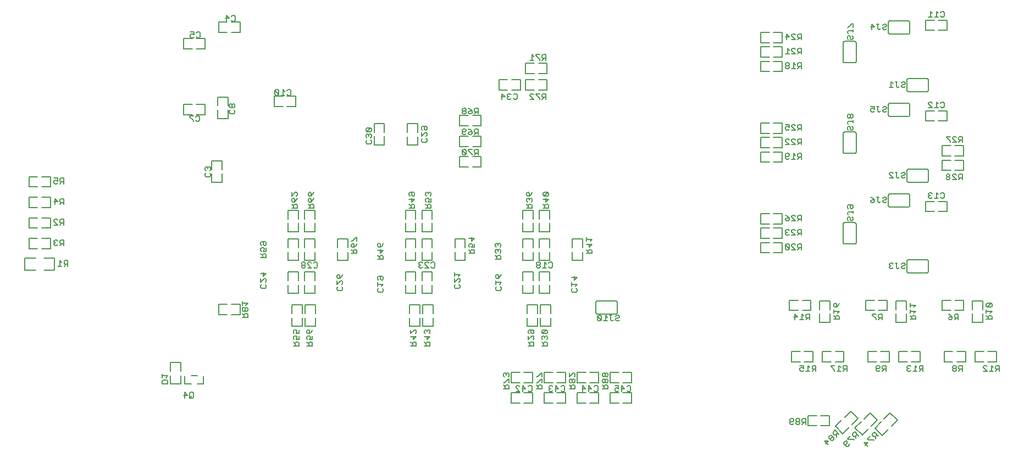
<source format=gbo>
G75*
%MOIN*%
%OFA0B0*%
%FSLAX25Y25*%
%IPPOS*%
%LPD*%
%AMOC8*
5,1,8,0,0,1.08239X$1,22.5*
%
%ADD10C,0.00500*%
%ADD11C,0.00600*%
D10*
X0259875Y0080250D02*
X0259875Y0085500D01*
X0259875Y0088000D02*
X0259875Y0093250D01*
X0266125Y0093250D01*
X0266125Y0088000D01*
X0266125Y0085500D02*
X0266125Y0080250D01*
X0259875Y0080250D01*
X0268625Y0080500D02*
X0268625Y0084875D01*
X0272375Y0085500D02*
X0276125Y0085500D01*
X0279875Y0084875D02*
X0279875Y0080500D01*
X0276125Y0080500D01*
X0272375Y0080500D02*
X0268625Y0080500D01*
X0333625Y0115250D02*
X0339875Y0115250D01*
X0339875Y0120500D01*
X0341625Y0120500D02*
X0341625Y0115250D01*
X0347875Y0115250D01*
X0347875Y0120500D01*
X0347875Y0123000D02*
X0347875Y0128250D01*
X0341625Y0128250D01*
X0341625Y0123000D01*
X0339875Y0123000D02*
X0339875Y0128250D01*
X0333625Y0128250D01*
X0333625Y0123000D01*
X0333625Y0120500D02*
X0333625Y0115250D01*
X0302000Y0122375D02*
X0296750Y0122375D01*
X0294250Y0122375D02*
X0289000Y0122375D01*
X0289000Y0128625D01*
X0294250Y0128625D01*
X0296750Y0128625D02*
X0302000Y0128625D01*
X0302000Y0122375D01*
X0331125Y0135250D02*
X0331125Y0140500D01*
X0331125Y0143000D02*
X0331125Y0148250D01*
X0337375Y0148250D01*
X0337375Y0143000D01*
X0337375Y0140500D02*
X0337375Y0135250D01*
X0331125Y0135250D01*
X0341125Y0135250D02*
X0347375Y0135250D01*
X0347375Y0140500D01*
X0347375Y0143000D02*
X0347375Y0148250D01*
X0341125Y0148250D01*
X0341125Y0143000D01*
X0341125Y0140500D02*
X0341125Y0135250D01*
X0341125Y0155250D02*
X0341125Y0160500D01*
X0341125Y0163000D02*
X0341125Y0168250D01*
X0347375Y0168250D01*
X0347375Y0163000D01*
X0347375Y0160500D02*
X0347375Y0155250D01*
X0341125Y0155250D01*
X0337375Y0155250D02*
X0337375Y0160500D01*
X0337375Y0163000D02*
X0337375Y0168250D01*
X0331125Y0168250D01*
X0331125Y0163000D01*
X0331125Y0160500D02*
X0331125Y0155250D01*
X0337375Y0155250D01*
X0361125Y0155250D02*
X0361125Y0160500D01*
X0361125Y0163000D02*
X0361125Y0168250D01*
X0367375Y0168250D01*
X0367375Y0163000D01*
X0367375Y0160500D02*
X0367375Y0155250D01*
X0361125Y0155250D01*
X0347375Y0172750D02*
X0341125Y0172750D01*
X0341125Y0178000D01*
X0341125Y0180500D02*
X0341125Y0185750D01*
X0347375Y0185750D01*
X0347375Y0180500D01*
X0347375Y0178000D02*
X0347375Y0172750D01*
X0337375Y0172750D02*
X0331125Y0172750D01*
X0331125Y0178000D01*
X0331125Y0180500D02*
X0331125Y0185750D01*
X0337375Y0185750D01*
X0337375Y0180500D01*
X0337375Y0178000D02*
X0337375Y0172750D01*
X0402375Y0172750D02*
X0402375Y0178000D01*
X0402375Y0180500D02*
X0402375Y0185750D01*
X0408625Y0185750D01*
X0408625Y0180500D01*
X0408625Y0178000D02*
X0408625Y0172750D01*
X0402375Y0172750D01*
X0402375Y0168250D02*
X0408625Y0168250D01*
X0408625Y0163000D01*
X0408625Y0160500D02*
X0408625Y0155250D01*
X0402375Y0155250D01*
X0402375Y0160500D01*
X0402375Y0163000D02*
X0402375Y0168250D01*
X0412375Y0168250D02*
X0412375Y0163000D01*
X0412375Y0160500D02*
X0412375Y0155250D01*
X0418625Y0155250D01*
X0418625Y0160500D01*
X0418625Y0163000D02*
X0418625Y0168250D01*
X0412375Y0168250D01*
X0412375Y0172750D02*
X0412375Y0178000D01*
X0412375Y0180500D02*
X0412375Y0185750D01*
X0418625Y0185750D01*
X0418625Y0180500D01*
X0418625Y0178000D02*
X0418625Y0172750D01*
X0412375Y0172750D01*
X0432375Y0168250D02*
X0432375Y0163000D01*
X0432375Y0160500D02*
X0432375Y0155250D01*
X0438625Y0155250D01*
X0438625Y0160500D01*
X0438625Y0163000D02*
X0438625Y0168250D01*
X0432375Y0168250D01*
X0473625Y0168250D02*
X0473625Y0163000D01*
X0473625Y0160500D02*
X0473625Y0155250D01*
X0479875Y0155250D01*
X0479875Y0160500D01*
X0479875Y0163000D02*
X0479875Y0168250D01*
X0473625Y0168250D01*
X0473625Y0172750D02*
X0473625Y0178000D01*
X0473625Y0180500D02*
X0473625Y0185750D01*
X0479875Y0185750D01*
X0479875Y0180500D01*
X0479875Y0178000D02*
X0479875Y0172750D01*
X0473625Y0172750D01*
X0483625Y0172750D02*
X0483625Y0178000D01*
X0483625Y0180500D02*
X0483625Y0185750D01*
X0489875Y0185750D01*
X0489875Y0180500D01*
X0489875Y0178000D02*
X0489875Y0172750D01*
X0483625Y0172750D01*
X0483625Y0168250D02*
X0483625Y0163000D01*
X0483625Y0160500D02*
X0483625Y0155250D01*
X0489875Y0155250D01*
X0489875Y0160500D01*
X0489875Y0163000D02*
X0489875Y0168250D01*
X0483625Y0168250D01*
X0503625Y0168250D02*
X0503625Y0163000D01*
X0503625Y0160500D02*
X0503625Y0155250D01*
X0509875Y0155250D01*
X0509875Y0160500D01*
X0509875Y0163000D02*
X0509875Y0168250D01*
X0503625Y0168250D01*
X0489875Y0148250D02*
X0483625Y0148250D01*
X0483625Y0143000D01*
X0483625Y0140500D02*
X0483625Y0135250D01*
X0489875Y0135250D01*
X0489875Y0140500D01*
X0489875Y0143000D02*
X0489875Y0148250D01*
X0479875Y0148250D02*
X0473625Y0148250D01*
X0473625Y0143000D01*
X0473625Y0140500D02*
X0473625Y0135250D01*
X0479875Y0135250D01*
X0479875Y0140500D01*
X0479875Y0143000D02*
X0479875Y0148250D01*
X0482375Y0128250D02*
X0476125Y0128250D01*
X0476125Y0123000D01*
X0476125Y0120500D02*
X0476125Y0115250D01*
X0482375Y0115250D01*
X0482375Y0120500D01*
X0484125Y0120500D02*
X0484125Y0115250D01*
X0490375Y0115250D01*
X0490375Y0120500D01*
X0490375Y0123000D02*
X0490375Y0128250D01*
X0484125Y0128250D01*
X0484125Y0123000D01*
X0482375Y0123000D02*
X0482375Y0128250D01*
X0419125Y0128250D02*
X0419125Y0123000D01*
X0419125Y0120500D02*
X0419125Y0115250D01*
X0412875Y0115250D01*
X0412875Y0120500D01*
X0411125Y0120500D02*
X0411125Y0115250D01*
X0404875Y0115250D01*
X0404875Y0120500D01*
X0404875Y0123000D02*
X0404875Y0128250D01*
X0411125Y0128250D01*
X0411125Y0123000D01*
X0412875Y0123000D02*
X0412875Y0128250D01*
X0419125Y0128250D01*
X0418625Y0135250D02*
X0418625Y0140500D01*
X0418625Y0143000D02*
X0418625Y0148250D01*
X0412375Y0148250D01*
X0412375Y0143000D01*
X0412375Y0140500D02*
X0412375Y0135250D01*
X0418625Y0135250D01*
X0408625Y0135250D02*
X0402375Y0135250D01*
X0402375Y0140500D01*
X0402375Y0143000D02*
X0402375Y0148250D01*
X0408625Y0148250D01*
X0408625Y0143000D01*
X0408625Y0140500D02*
X0408625Y0135250D01*
X0466515Y0087375D02*
X0471765Y0087375D01*
X0474265Y0087375D02*
X0479515Y0087375D01*
X0479515Y0081125D01*
X0474265Y0081125D01*
X0471765Y0081125D02*
X0466515Y0081125D01*
X0466515Y0087375D01*
X0486485Y0087375D02*
X0486485Y0081125D01*
X0491735Y0081125D01*
X0494235Y0081125D02*
X0499485Y0081125D01*
X0499485Y0087375D01*
X0494235Y0087375D01*
X0491735Y0087375D02*
X0486485Y0087375D01*
X0506515Y0087375D02*
X0506515Y0081125D01*
X0511765Y0081125D01*
X0514265Y0081125D02*
X0519515Y0081125D01*
X0519515Y0087375D01*
X0514265Y0087375D01*
X0511765Y0087375D02*
X0506515Y0087375D01*
X0526485Y0087375D02*
X0526485Y0081125D01*
X0531735Y0081125D01*
X0534235Y0081125D02*
X0539485Y0081125D01*
X0539485Y0087375D01*
X0534235Y0087375D01*
X0531735Y0087375D02*
X0526485Y0087375D01*
X0526515Y0074875D02*
X0531765Y0074875D01*
X0534265Y0074875D02*
X0539515Y0074875D01*
X0539515Y0068625D01*
X0534265Y0068625D01*
X0531765Y0068625D02*
X0526515Y0068625D01*
X0526515Y0074875D01*
X0519485Y0074875D02*
X0514235Y0074875D01*
X0511735Y0074875D02*
X0506485Y0074875D01*
X0506485Y0068625D01*
X0511735Y0068625D01*
X0514235Y0068625D02*
X0519485Y0068625D01*
X0519485Y0074875D01*
X0499515Y0074875D02*
X0499515Y0068625D01*
X0494265Y0068625D01*
X0491765Y0068625D02*
X0486515Y0068625D01*
X0486515Y0074875D01*
X0491765Y0074875D01*
X0494265Y0074875D02*
X0499515Y0074875D01*
X0479485Y0074875D02*
X0479485Y0068625D01*
X0474235Y0068625D01*
X0471735Y0068625D02*
X0466485Y0068625D01*
X0466485Y0074875D01*
X0471735Y0074875D01*
X0474235Y0074875D02*
X0479485Y0074875D01*
X0635235Y0124875D02*
X0635235Y0131125D01*
X0640485Y0131125D01*
X0642985Y0131125D02*
X0648235Y0131125D01*
X0648235Y0124875D01*
X0642985Y0124875D01*
X0640485Y0124875D02*
X0635235Y0124875D01*
X0653610Y0125500D02*
X0653610Y0130750D01*
X0659860Y0130750D01*
X0659860Y0125500D01*
X0659860Y0123000D02*
X0659860Y0117750D01*
X0653610Y0117750D01*
X0653610Y0123000D01*
X0681485Y0124875D02*
X0686735Y0124875D01*
X0689235Y0124875D02*
X0694485Y0124875D01*
X0694485Y0131125D01*
X0689235Y0131125D01*
X0686735Y0131125D02*
X0681485Y0131125D01*
X0681485Y0124875D01*
X0699860Y0125500D02*
X0699860Y0130750D01*
X0706110Y0130750D01*
X0706110Y0125500D01*
X0706110Y0123000D02*
X0706110Y0117750D01*
X0699860Y0117750D01*
X0699860Y0123000D01*
X0727735Y0124875D02*
X0732985Y0124875D01*
X0735485Y0124875D02*
X0740735Y0124875D01*
X0740735Y0131125D01*
X0735485Y0131125D01*
X0732985Y0131125D02*
X0727735Y0131125D01*
X0727735Y0124875D01*
X0746110Y0125500D02*
X0746110Y0130750D01*
X0752360Y0130750D01*
X0752360Y0125500D01*
X0752360Y0123000D02*
X0752360Y0117750D01*
X0746110Y0117750D01*
X0746110Y0123000D01*
X0747735Y0099875D02*
X0752985Y0099875D01*
X0755485Y0099875D02*
X0760735Y0099875D01*
X0760735Y0093625D01*
X0755485Y0093625D01*
X0752985Y0093625D02*
X0747735Y0093625D01*
X0747735Y0099875D01*
X0741985Y0099875D02*
X0736735Y0099875D01*
X0734235Y0099875D02*
X0728985Y0099875D01*
X0728985Y0093625D01*
X0734235Y0093625D01*
X0736735Y0093625D02*
X0741985Y0093625D01*
X0741985Y0099875D01*
X0714485Y0099875D02*
X0714485Y0093625D01*
X0709235Y0093625D01*
X0706735Y0093625D02*
X0701485Y0093625D01*
X0701485Y0099875D01*
X0706735Y0099875D01*
X0709235Y0099875D02*
X0714485Y0099875D01*
X0695735Y0099875D02*
X0695735Y0093625D01*
X0690485Y0093625D01*
X0687985Y0093625D02*
X0682735Y0093625D01*
X0682735Y0099875D01*
X0687985Y0099875D01*
X0690485Y0099875D02*
X0695735Y0099875D01*
X0668235Y0099875D02*
X0668235Y0093625D01*
X0662985Y0093625D01*
X0660485Y0093625D02*
X0655235Y0093625D01*
X0655235Y0099875D01*
X0660485Y0099875D01*
X0662985Y0099875D02*
X0668235Y0099875D01*
X0649485Y0099875D02*
X0649485Y0093625D01*
X0644235Y0093625D01*
X0641735Y0093625D02*
X0636485Y0093625D01*
X0636485Y0099875D01*
X0641735Y0099875D01*
X0644235Y0099875D02*
X0649485Y0099875D01*
X0651735Y0061125D02*
X0646485Y0061125D01*
X0646485Y0054875D01*
X0651735Y0054875D01*
X0654235Y0054875D02*
X0659485Y0054875D01*
X0659485Y0061125D01*
X0654235Y0061125D01*
X0663162Y0054578D02*
X0667581Y0050159D01*
X0671293Y0053871D01*
X0673061Y0055639D02*
X0676773Y0059351D01*
X0672354Y0063770D01*
X0668642Y0060058D01*
X0666874Y0058290D02*
X0663162Y0054578D01*
X0674929Y0053631D02*
X0679349Y0049212D01*
X0683061Y0052924D01*
X0684829Y0054692D02*
X0688541Y0058404D01*
X0684122Y0062824D01*
X0680409Y0059111D01*
X0678642Y0057344D02*
X0674929Y0053631D01*
X0687063Y0053480D02*
X0691483Y0049060D01*
X0695195Y0052773D01*
X0696963Y0054540D02*
X0700675Y0058253D01*
X0696256Y0062672D01*
X0692543Y0058960D01*
X0690776Y0057192D02*
X0687063Y0053480D01*
X0630735Y0159875D02*
X0625485Y0159875D01*
X0622985Y0159875D02*
X0617735Y0159875D01*
X0617735Y0166125D01*
X0622985Y0166125D01*
X0622985Y0168625D02*
X0617735Y0168625D01*
X0617735Y0174875D01*
X0622985Y0174875D01*
X0622985Y0177375D02*
X0617735Y0177375D01*
X0617735Y0183625D01*
X0622985Y0183625D01*
X0625485Y0183625D02*
X0630735Y0183625D01*
X0630735Y0177375D01*
X0625485Y0177375D01*
X0625485Y0174875D02*
X0630735Y0174875D01*
X0630735Y0168625D01*
X0625485Y0168625D01*
X0625485Y0166125D02*
X0630735Y0166125D01*
X0630735Y0159875D01*
X0717750Y0184875D02*
X0723000Y0184875D01*
X0725500Y0184875D02*
X0730750Y0184875D01*
X0730750Y0191125D01*
X0725500Y0191125D01*
X0723000Y0191125D02*
X0717750Y0191125D01*
X0717750Y0184875D01*
X0727735Y0209875D02*
X0732985Y0209875D01*
X0735485Y0209875D02*
X0740735Y0209875D01*
X0740735Y0216125D01*
X0735485Y0216125D01*
X0732985Y0216125D02*
X0727735Y0216125D01*
X0727735Y0209875D01*
X0727735Y0218625D02*
X0727735Y0224875D01*
X0732985Y0224875D01*
X0735485Y0224875D02*
X0740735Y0224875D01*
X0740735Y0218625D01*
X0735485Y0218625D01*
X0732985Y0218625D02*
X0727735Y0218625D01*
X0725500Y0239875D02*
X0730750Y0239875D01*
X0730750Y0246125D01*
X0725500Y0246125D01*
X0723000Y0246125D02*
X0717750Y0246125D01*
X0717750Y0239875D01*
X0723000Y0239875D01*
X0630735Y0238625D02*
X0630735Y0232375D01*
X0625485Y0232375D01*
X0622985Y0232375D02*
X0617735Y0232375D01*
X0617735Y0238625D01*
X0622985Y0238625D01*
X0625485Y0238625D02*
X0630735Y0238625D01*
X0630735Y0229875D02*
X0625485Y0229875D01*
X0622985Y0229875D02*
X0617735Y0229875D01*
X0617735Y0223625D01*
X0622985Y0223625D01*
X0622985Y0221125D02*
X0617735Y0221125D01*
X0617735Y0214875D01*
X0622985Y0214875D01*
X0625485Y0214875D02*
X0630735Y0214875D01*
X0630735Y0221125D01*
X0625485Y0221125D01*
X0625485Y0223625D02*
X0630735Y0223625D01*
X0630735Y0229875D01*
X0630735Y0269875D02*
X0625485Y0269875D01*
X0622985Y0269875D02*
X0617735Y0269875D01*
X0617735Y0276125D01*
X0622985Y0276125D01*
X0622985Y0278625D02*
X0617735Y0278625D01*
X0617735Y0284875D01*
X0622985Y0284875D01*
X0622985Y0287375D02*
X0617735Y0287375D01*
X0617735Y0293625D01*
X0622985Y0293625D01*
X0625485Y0293625D02*
X0630735Y0293625D01*
X0630735Y0287375D01*
X0625485Y0287375D01*
X0625485Y0284875D02*
X0630735Y0284875D01*
X0630735Y0278625D01*
X0625485Y0278625D01*
X0625485Y0276125D02*
X0630735Y0276125D01*
X0630735Y0269875D01*
X0717750Y0294875D02*
X0723000Y0294875D01*
X0725500Y0294875D02*
X0730750Y0294875D01*
X0730750Y0301125D01*
X0725500Y0301125D01*
X0723000Y0301125D02*
X0717750Y0301125D01*
X0717750Y0294875D01*
X0488250Y0274875D02*
X0488250Y0268625D01*
X0483000Y0268625D01*
X0480500Y0268625D02*
X0475250Y0268625D01*
X0475250Y0274875D01*
X0480500Y0274875D01*
X0483000Y0274875D02*
X0488250Y0274875D01*
X0488250Y0264875D02*
X0483000Y0264875D01*
X0480500Y0264875D02*
X0475250Y0264875D01*
X0475250Y0258625D01*
X0480500Y0258625D01*
X0483000Y0258625D02*
X0488250Y0258625D01*
X0488250Y0264875D01*
X0472000Y0264875D02*
X0472000Y0258625D01*
X0466750Y0258625D01*
X0464250Y0258625D02*
X0459000Y0258625D01*
X0459000Y0264875D01*
X0464250Y0264875D01*
X0466750Y0264875D02*
X0472000Y0264875D01*
X0448250Y0243250D02*
X0448250Y0237000D01*
X0443000Y0237000D01*
X0440500Y0237000D02*
X0435250Y0237000D01*
X0435250Y0243250D01*
X0440500Y0243250D01*
X0443000Y0243250D02*
X0448250Y0243250D01*
X0448250Y0230750D02*
X0448250Y0224500D01*
X0443000Y0224500D01*
X0440500Y0224500D02*
X0435250Y0224500D01*
X0435250Y0230750D01*
X0440500Y0230750D01*
X0443000Y0230750D02*
X0448250Y0230750D01*
X0448250Y0218250D02*
X0448250Y0212000D01*
X0443000Y0212000D01*
X0440500Y0212000D02*
X0435250Y0212000D01*
X0435250Y0218250D01*
X0440500Y0218250D01*
X0443000Y0218250D02*
X0448250Y0218250D01*
X0409875Y0225250D02*
X0409875Y0230500D01*
X0409875Y0233000D02*
X0409875Y0238250D01*
X0403625Y0238250D01*
X0403625Y0233000D01*
X0403625Y0230500D02*
X0403625Y0225250D01*
X0409875Y0225250D01*
X0389621Y0225281D02*
X0383371Y0225281D01*
X0383371Y0230531D01*
X0383371Y0233031D02*
X0383371Y0238281D01*
X0389621Y0238281D01*
X0389621Y0233031D01*
X0389621Y0230531D02*
X0389621Y0225281D01*
X0335750Y0248625D02*
X0330500Y0248625D01*
X0328000Y0248625D02*
X0322750Y0248625D01*
X0322750Y0254875D01*
X0328000Y0254875D01*
X0330500Y0254875D02*
X0335750Y0254875D01*
X0335750Y0248625D01*
X0294875Y0249250D02*
X0294875Y0254500D01*
X0288625Y0254500D01*
X0288625Y0249250D01*
X0288625Y0246750D02*
X0288625Y0241500D01*
X0294875Y0241500D01*
X0294875Y0246750D01*
X0280750Y0243625D02*
X0280750Y0249875D01*
X0275500Y0249875D01*
X0273000Y0249875D02*
X0267750Y0249875D01*
X0267750Y0243625D01*
X0273000Y0243625D01*
X0275500Y0243625D02*
X0280750Y0243625D01*
X0284875Y0215750D02*
X0291125Y0215750D01*
X0291125Y0210500D01*
X0291125Y0208000D02*
X0291125Y0202750D01*
X0284875Y0202750D01*
X0284875Y0208000D01*
X0284875Y0210500D02*
X0284875Y0215750D01*
X0187000Y0206125D02*
X0187000Y0199875D01*
X0181750Y0199875D01*
X0179250Y0199875D02*
X0174000Y0199875D01*
X0174000Y0206125D01*
X0179250Y0206125D01*
X0181750Y0206125D02*
X0187000Y0206125D01*
X0187000Y0193625D02*
X0181750Y0193625D01*
X0179250Y0193625D02*
X0174000Y0193625D01*
X0174000Y0187375D01*
X0179250Y0187375D01*
X0181750Y0187375D02*
X0187000Y0187375D01*
X0187000Y0193625D01*
X0187000Y0181125D02*
X0181750Y0181125D01*
X0179250Y0181125D02*
X0174000Y0181125D01*
X0174000Y0174875D01*
X0179250Y0174875D01*
X0181750Y0174875D02*
X0187000Y0174875D01*
X0187000Y0181125D01*
X0187000Y0168625D02*
X0181750Y0168625D01*
X0179250Y0168625D02*
X0174000Y0168625D01*
X0174000Y0162375D01*
X0179250Y0162375D01*
X0181750Y0162375D02*
X0187000Y0162375D01*
X0187000Y0168625D01*
X0189500Y0156750D02*
X0183000Y0156750D01*
X0178000Y0156750D02*
X0171500Y0156750D01*
X0171500Y0149250D01*
X0178000Y0149250D01*
X0183000Y0149250D02*
X0189500Y0149250D01*
X0189500Y0156750D01*
X0267750Y0283625D02*
X0273000Y0283625D01*
X0275500Y0283625D02*
X0280750Y0283625D01*
X0280750Y0289875D01*
X0275500Y0289875D01*
X0273000Y0289875D02*
X0267750Y0289875D01*
X0267750Y0283625D01*
X0289000Y0293625D02*
X0294250Y0293625D01*
X0296750Y0293625D02*
X0302000Y0293625D01*
X0302000Y0299875D01*
X0296750Y0299875D01*
X0294250Y0299875D02*
X0289000Y0299875D01*
X0289000Y0293625D01*
D11*
X0254800Y0082135D02*
X0254800Y0080434D01*
X0258203Y0080434D01*
X0258203Y0082135D01*
X0257636Y0082702D01*
X0255367Y0082702D01*
X0254800Y0082135D01*
X0254800Y0084117D02*
X0254800Y0086385D01*
X0254800Y0085251D02*
X0258203Y0085251D01*
X0257069Y0084117D01*
X0268432Y0075203D02*
X0270133Y0073501D01*
X0267865Y0073501D01*
X0268432Y0071800D02*
X0268432Y0075203D01*
X0271548Y0074636D02*
X0271548Y0072367D01*
X0272115Y0071800D01*
X0273249Y0071800D01*
X0273816Y0072367D01*
X0273816Y0074636D01*
X0273249Y0075203D01*
X0272115Y0075203D01*
X0271548Y0074636D01*
X0272682Y0072934D02*
X0271548Y0071800D01*
X0334300Y0103501D02*
X0337703Y0103501D01*
X0337703Y0105202D01*
X0337136Y0105769D01*
X0336001Y0105769D01*
X0335434Y0105202D01*
X0335434Y0103501D01*
X0335434Y0104635D02*
X0334300Y0105769D01*
X0334867Y0107184D02*
X0334300Y0107751D01*
X0334300Y0108885D01*
X0334867Y0109452D01*
X0336001Y0109452D01*
X0336569Y0108885D01*
X0336569Y0108318D01*
X0336001Y0107184D01*
X0337703Y0107184D01*
X0337703Y0109452D01*
X0337703Y0110867D02*
X0336001Y0110867D01*
X0336569Y0112001D01*
X0336569Y0112568D01*
X0336001Y0113135D01*
X0334867Y0113135D01*
X0334300Y0112568D01*
X0334300Y0111434D01*
X0334867Y0110867D01*
X0337703Y0110867D02*
X0337703Y0113135D01*
X0342550Y0112568D02*
X0343117Y0113135D01*
X0343684Y0113135D01*
X0344251Y0112568D01*
X0344251Y0110867D01*
X0343117Y0110867D01*
X0342550Y0111434D01*
X0342550Y0112568D01*
X0344251Y0110867D02*
X0345386Y0112001D01*
X0345953Y0113135D01*
X0345953Y0109452D02*
X0345953Y0107184D01*
X0344251Y0107184D01*
X0344819Y0108318D01*
X0344819Y0108885D01*
X0344251Y0109452D01*
X0343117Y0109452D01*
X0342550Y0108885D01*
X0342550Y0107751D01*
X0343117Y0107184D01*
X0342550Y0105769D02*
X0343684Y0104635D01*
X0343684Y0105202D02*
X0343684Y0103501D01*
X0342550Y0103501D02*
X0345953Y0103501D01*
X0345953Y0105202D01*
X0345386Y0105769D01*
X0344251Y0105769D01*
X0343684Y0105202D01*
X0306703Y0120800D02*
X0306703Y0122501D01*
X0306136Y0123069D01*
X0305001Y0123069D01*
X0304434Y0122501D01*
X0304434Y0120800D01*
X0303300Y0120800D02*
X0306703Y0120800D01*
X0304434Y0121934D02*
X0303300Y0123069D01*
X0303867Y0124483D02*
X0303300Y0125050D01*
X0303300Y0126185D01*
X0303867Y0126752D01*
X0304434Y0126752D01*
X0305001Y0126185D01*
X0305001Y0125050D01*
X0305569Y0124483D01*
X0306136Y0124483D01*
X0306703Y0125050D01*
X0306703Y0126185D01*
X0306136Y0126752D01*
X0305569Y0126752D01*
X0305001Y0126185D01*
X0305001Y0125050D02*
X0304434Y0124483D01*
X0303867Y0124483D01*
X0303300Y0128166D02*
X0303300Y0130435D01*
X0303300Y0129301D02*
X0306703Y0129301D01*
X0305569Y0128166D01*
X0315117Y0138300D02*
X0314550Y0138867D01*
X0314550Y0140001D01*
X0315117Y0140569D01*
X0314550Y0141983D02*
X0316819Y0144252D01*
X0317386Y0144252D01*
X0317953Y0143685D01*
X0317953Y0142550D01*
X0317386Y0141983D01*
X0317386Y0140569D02*
X0317953Y0140001D01*
X0317953Y0138867D01*
X0317386Y0138300D01*
X0315117Y0138300D01*
X0314550Y0141983D02*
X0314550Y0144252D01*
X0316251Y0145666D02*
X0316251Y0147935D01*
X0314550Y0147368D02*
X0317953Y0147368D01*
X0316251Y0145666D01*
X0339315Y0151367D02*
X0339315Y0151934D01*
X0339882Y0152501D01*
X0341017Y0152501D01*
X0341584Y0153069D01*
X0341584Y0153636D01*
X0341017Y0154203D01*
X0339882Y0154203D01*
X0339315Y0153636D01*
X0339315Y0153069D01*
X0339882Y0152501D01*
X0341017Y0152501D02*
X0341584Y0151934D01*
X0341584Y0151367D01*
X0341017Y0150800D01*
X0339882Y0150800D01*
X0339315Y0151367D01*
X0342998Y0150800D02*
X0345267Y0150800D01*
X0342998Y0153069D01*
X0342998Y0153636D01*
X0343565Y0154203D01*
X0344700Y0154203D01*
X0345267Y0153636D01*
X0346681Y0153636D02*
X0347249Y0154203D01*
X0348383Y0154203D01*
X0348950Y0153636D01*
X0348950Y0151367D01*
X0348383Y0150800D01*
X0347249Y0150800D01*
X0346681Y0151367D01*
X0360800Y0146118D02*
X0361367Y0146685D01*
X0361934Y0146685D01*
X0362501Y0146118D01*
X0362501Y0144416D01*
X0361367Y0144416D01*
X0360800Y0144983D01*
X0360800Y0146118D01*
X0362501Y0144416D02*
X0363636Y0145551D01*
X0364203Y0146685D01*
X0363636Y0143002D02*
X0364203Y0142435D01*
X0364203Y0141300D01*
X0363636Y0140733D01*
X0363636Y0139319D02*
X0364203Y0138751D01*
X0364203Y0137617D01*
X0363636Y0137050D01*
X0361367Y0137050D01*
X0360800Y0137617D01*
X0360800Y0138751D01*
X0361367Y0139319D01*
X0360800Y0140733D02*
X0363069Y0143002D01*
X0363636Y0143002D01*
X0360800Y0143002D02*
X0360800Y0140733D01*
X0385550Y0140818D02*
X0388953Y0140818D01*
X0387819Y0139684D01*
X0388386Y0138269D02*
X0388953Y0137702D01*
X0388953Y0136568D01*
X0388386Y0136001D01*
X0386117Y0136001D01*
X0385550Y0136568D01*
X0385550Y0137702D01*
X0386117Y0138269D01*
X0385550Y0139684D02*
X0385550Y0141952D01*
X0386117Y0143367D02*
X0385550Y0143934D01*
X0385550Y0145068D01*
X0386117Y0145635D01*
X0388386Y0145635D01*
X0388953Y0145068D01*
X0388953Y0143934D01*
X0388386Y0143367D01*
X0387819Y0143367D01*
X0387251Y0143934D01*
X0387251Y0145635D01*
X0410565Y0151367D02*
X0410565Y0151934D01*
X0411132Y0152501D01*
X0411699Y0152501D01*
X0411132Y0152501D02*
X0410565Y0153069D01*
X0410565Y0153636D01*
X0411132Y0154203D01*
X0412267Y0154203D01*
X0412834Y0153636D01*
X0414248Y0153636D02*
X0414815Y0154203D01*
X0415950Y0154203D01*
X0416517Y0153636D01*
X0417931Y0153636D02*
X0418499Y0154203D01*
X0419633Y0154203D01*
X0420200Y0153636D01*
X0420200Y0151367D01*
X0419633Y0150800D01*
X0418499Y0150800D01*
X0417931Y0151367D01*
X0416517Y0150800D02*
X0414248Y0153069D01*
X0414248Y0153636D01*
X0412834Y0151367D02*
X0412267Y0150800D01*
X0411132Y0150800D01*
X0410565Y0151367D01*
X0414248Y0150800D02*
X0416517Y0150800D01*
X0432050Y0147935D02*
X0432050Y0145666D01*
X0432050Y0146801D02*
X0435453Y0146801D01*
X0434319Y0145666D01*
X0434319Y0144252D02*
X0434886Y0144252D01*
X0435453Y0143685D01*
X0435453Y0142550D01*
X0434886Y0141983D01*
X0434886Y0140569D02*
X0435453Y0140001D01*
X0435453Y0138867D01*
X0434886Y0138300D01*
X0432617Y0138300D01*
X0432050Y0138867D01*
X0432050Y0140001D01*
X0432617Y0140569D01*
X0432050Y0141983D02*
X0434319Y0144252D01*
X0432050Y0144252D02*
X0432050Y0141983D01*
X0457050Y0141867D02*
X0460453Y0141867D01*
X0459319Y0140733D01*
X0459886Y0139319D02*
X0460453Y0138751D01*
X0460453Y0137617D01*
X0459886Y0137050D01*
X0457617Y0137050D01*
X0457050Y0137617D01*
X0457050Y0138751D01*
X0457617Y0139319D01*
X0457050Y0140733D02*
X0457050Y0143002D01*
X0457617Y0144416D02*
X0457050Y0144983D01*
X0457050Y0146118D01*
X0457617Y0146685D01*
X0458184Y0146685D01*
X0458751Y0146118D01*
X0458751Y0144416D01*
X0457617Y0144416D01*
X0458751Y0144416D02*
X0459886Y0145551D01*
X0460453Y0146685D01*
X0481815Y0151367D02*
X0481815Y0151934D01*
X0482382Y0152501D01*
X0483517Y0152501D01*
X0484084Y0153069D01*
X0484084Y0153636D01*
X0483517Y0154203D01*
X0482382Y0154203D01*
X0481815Y0153636D01*
X0481815Y0153069D01*
X0482382Y0152501D01*
X0483517Y0152501D02*
X0484084Y0151934D01*
X0484084Y0151367D01*
X0483517Y0150800D01*
X0482382Y0150800D01*
X0481815Y0151367D01*
X0485498Y0150800D02*
X0487767Y0150800D01*
X0486633Y0150800D02*
X0486633Y0154203D01*
X0487767Y0153069D01*
X0489181Y0153636D02*
X0489749Y0154203D01*
X0490883Y0154203D01*
X0491450Y0153636D01*
X0491450Y0151367D01*
X0490883Y0150800D01*
X0489749Y0150800D01*
X0489181Y0151367D01*
X0503050Y0145068D02*
X0506453Y0145068D01*
X0504751Y0143367D01*
X0504751Y0145635D01*
X0503050Y0141952D02*
X0503050Y0139684D01*
X0503050Y0140818D02*
X0506453Y0140818D01*
X0505319Y0139684D01*
X0505886Y0138269D02*
X0506453Y0137702D01*
X0506453Y0136568D01*
X0505886Y0136001D01*
X0503617Y0136001D01*
X0503050Y0136568D01*
X0503050Y0137702D01*
X0503617Y0138269D01*
X0517750Y0129750D02*
X0517750Y0123750D01*
X0517752Y0123690D01*
X0517757Y0123629D01*
X0517766Y0123570D01*
X0517779Y0123511D01*
X0517795Y0123452D01*
X0517815Y0123395D01*
X0517838Y0123340D01*
X0517865Y0123285D01*
X0517894Y0123233D01*
X0517927Y0123182D01*
X0517963Y0123133D01*
X0518001Y0123087D01*
X0518043Y0123043D01*
X0518087Y0123001D01*
X0518133Y0122963D01*
X0518182Y0122927D01*
X0518233Y0122894D01*
X0518285Y0122865D01*
X0518340Y0122838D01*
X0518395Y0122815D01*
X0518452Y0122795D01*
X0518511Y0122779D01*
X0518570Y0122766D01*
X0518629Y0122757D01*
X0518690Y0122752D01*
X0518750Y0122750D01*
X0529750Y0122750D01*
X0529810Y0122752D01*
X0529871Y0122757D01*
X0529930Y0122766D01*
X0529989Y0122779D01*
X0530048Y0122795D01*
X0530105Y0122815D01*
X0530160Y0122838D01*
X0530215Y0122865D01*
X0530267Y0122894D01*
X0530318Y0122927D01*
X0530367Y0122963D01*
X0530413Y0123001D01*
X0530457Y0123043D01*
X0530499Y0123087D01*
X0530537Y0123133D01*
X0530573Y0123182D01*
X0530606Y0123233D01*
X0530635Y0123285D01*
X0530662Y0123340D01*
X0530685Y0123395D01*
X0530705Y0123452D01*
X0530721Y0123511D01*
X0530734Y0123570D01*
X0530743Y0123629D01*
X0530748Y0123690D01*
X0530750Y0123750D01*
X0530750Y0129750D01*
X0530748Y0129810D01*
X0530743Y0129871D01*
X0530734Y0129930D01*
X0530721Y0129989D01*
X0530705Y0130048D01*
X0530685Y0130105D01*
X0530662Y0130160D01*
X0530635Y0130215D01*
X0530606Y0130267D01*
X0530573Y0130318D01*
X0530537Y0130367D01*
X0530499Y0130413D01*
X0530457Y0130457D01*
X0530413Y0130499D01*
X0530367Y0130537D01*
X0530318Y0130573D01*
X0530267Y0130606D01*
X0530215Y0130635D01*
X0530160Y0130662D01*
X0530105Y0130685D01*
X0530048Y0130705D01*
X0529989Y0130721D01*
X0529930Y0130734D01*
X0529871Y0130743D01*
X0529810Y0130748D01*
X0529750Y0130750D01*
X0518750Y0130750D01*
X0518690Y0130748D01*
X0518629Y0130743D01*
X0518570Y0130734D01*
X0518511Y0130721D01*
X0518452Y0130705D01*
X0518395Y0130685D01*
X0518340Y0130662D01*
X0518285Y0130635D01*
X0518233Y0130606D01*
X0518182Y0130573D01*
X0518133Y0130537D01*
X0518087Y0130499D01*
X0518043Y0130457D01*
X0518001Y0130413D01*
X0517963Y0130367D01*
X0517927Y0130318D01*
X0517894Y0130267D01*
X0517865Y0130215D01*
X0517838Y0130160D01*
X0517815Y0130105D01*
X0517795Y0130048D01*
X0517779Y0129989D01*
X0517766Y0129930D01*
X0517757Y0129871D01*
X0517752Y0129810D01*
X0517750Y0129750D01*
X0519432Y0121953D02*
X0518865Y0121386D01*
X0521133Y0119117D01*
X0520566Y0118550D01*
X0519432Y0118550D01*
X0518865Y0119117D01*
X0518865Y0121386D01*
X0519432Y0121953D02*
X0520566Y0121953D01*
X0521133Y0121386D01*
X0521133Y0119117D01*
X0522548Y0118550D02*
X0524816Y0118550D01*
X0523682Y0118550D02*
X0523682Y0121953D01*
X0524816Y0120819D01*
X0526231Y0121953D02*
X0527365Y0121953D01*
X0526798Y0121953D02*
X0526798Y0119117D01*
X0527365Y0118550D01*
X0527932Y0118550D01*
X0528499Y0119117D01*
X0529914Y0119117D02*
X0530481Y0118550D01*
X0531615Y0118550D01*
X0532183Y0119117D01*
X0531615Y0120251D02*
X0530481Y0120251D01*
X0529914Y0119684D01*
X0529914Y0119117D01*
X0531615Y0120251D02*
X0532183Y0120819D01*
X0532183Y0121386D01*
X0531615Y0121953D01*
X0530481Y0121953D01*
X0529914Y0121386D01*
X0488453Y0112568D02*
X0487886Y0113135D01*
X0485617Y0110867D01*
X0485050Y0111434D01*
X0485050Y0112568D01*
X0485617Y0113135D01*
X0487886Y0113135D01*
X0488453Y0112568D02*
X0488453Y0111434D01*
X0487886Y0110867D01*
X0485617Y0110867D01*
X0485617Y0109452D02*
X0485050Y0108885D01*
X0485050Y0107751D01*
X0485617Y0107184D01*
X0485050Y0105769D02*
X0486184Y0104635D01*
X0486184Y0105202D02*
X0486184Y0103501D01*
X0485050Y0103501D02*
X0488453Y0103501D01*
X0488453Y0105202D01*
X0487886Y0105769D01*
X0486751Y0105769D01*
X0486184Y0105202D01*
X0487886Y0107184D02*
X0488453Y0107751D01*
X0488453Y0108885D01*
X0487886Y0109452D01*
X0487319Y0109452D01*
X0486751Y0108885D01*
X0486184Y0109452D01*
X0485617Y0109452D01*
X0486751Y0108885D02*
X0486751Y0108318D01*
X0480203Y0107751D02*
X0479636Y0107184D01*
X0480203Y0107751D02*
X0480203Y0108885D01*
X0479636Y0109452D01*
X0479069Y0109452D01*
X0476800Y0107184D01*
X0476800Y0109452D01*
X0477367Y0110867D02*
X0476800Y0111434D01*
X0476800Y0112568D01*
X0477367Y0113135D01*
X0479636Y0113135D01*
X0480203Y0112568D01*
X0480203Y0111434D01*
X0479636Y0110867D01*
X0479069Y0110867D01*
X0478501Y0111434D01*
X0478501Y0113135D01*
X0478501Y0105769D02*
X0477934Y0105202D01*
X0477934Y0103501D01*
X0477934Y0104635D02*
X0476800Y0105769D01*
X0478501Y0105769D02*
X0479636Y0105769D01*
X0480203Y0105202D01*
X0480203Y0103501D01*
X0476800Y0103501D01*
X0484636Y0086900D02*
X0482367Y0084632D01*
X0481800Y0084632D01*
X0484636Y0083217D02*
X0482367Y0080948D01*
X0481800Y0080948D01*
X0481800Y0079534D02*
X0482934Y0078400D01*
X0482934Y0078967D02*
X0482934Y0077265D01*
X0481800Y0077265D02*
X0485203Y0077265D01*
X0485203Y0078967D01*
X0484636Y0079534D01*
X0483501Y0079534D01*
X0482934Y0078967D01*
X0485203Y0080948D02*
X0485203Y0083217D01*
X0484636Y0083217D01*
X0485203Y0084632D02*
X0485203Y0086900D01*
X0484636Y0086900D01*
X0489867Y0079203D02*
X0489300Y0078636D01*
X0489300Y0078069D01*
X0489867Y0077501D01*
X0489300Y0076934D01*
X0489300Y0076367D01*
X0489867Y0075800D01*
X0491002Y0075800D01*
X0491569Y0076367D01*
X0490435Y0077501D02*
X0489867Y0077501D01*
X0489867Y0079203D02*
X0491002Y0079203D01*
X0491569Y0078636D01*
X0492983Y0077501D02*
X0495252Y0077501D01*
X0493551Y0079203D01*
X0493551Y0075800D01*
X0496667Y0076367D02*
X0497234Y0075800D01*
X0498368Y0075800D01*
X0498935Y0076367D01*
X0498935Y0078636D01*
X0498368Y0079203D01*
X0497234Y0079203D01*
X0496667Y0078636D01*
X0501800Y0079504D02*
X0502934Y0078370D01*
X0502934Y0078937D02*
X0502934Y0077236D01*
X0501800Y0077236D02*
X0505203Y0077236D01*
X0505203Y0078937D01*
X0504636Y0079504D01*
X0503501Y0079504D01*
X0502934Y0078937D01*
X0502934Y0080919D02*
X0503501Y0081486D01*
X0503501Y0082620D01*
X0502934Y0083188D01*
X0502367Y0083188D01*
X0501800Y0082620D01*
X0501800Y0081486D01*
X0502367Y0080919D01*
X0502934Y0080919D01*
X0503501Y0081486D02*
X0504069Y0080919D01*
X0504636Y0080919D01*
X0505203Y0081486D01*
X0505203Y0082620D01*
X0504636Y0083188D01*
X0504069Y0083188D01*
X0503501Y0082620D01*
X0504636Y0084602D02*
X0505203Y0085169D01*
X0505203Y0086304D01*
X0504636Y0086871D01*
X0504069Y0086871D01*
X0501800Y0084602D01*
X0501800Y0086871D01*
X0509897Y0079203D02*
X0511598Y0077501D01*
X0509330Y0077501D01*
X0509897Y0075800D02*
X0509897Y0079203D01*
X0513013Y0077501D02*
X0515282Y0077501D01*
X0513580Y0079203D01*
X0513580Y0075800D01*
X0516696Y0076367D02*
X0517263Y0075800D01*
X0518398Y0075800D01*
X0518965Y0076367D01*
X0518965Y0078636D01*
X0518398Y0079203D01*
X0517263Y0079203D01*
X0516696Y0078636D01*
X0521800Y0079534D02*
X0522934Y0078400D01*
X0522934Y0078967D02*
X0522934Y0077265D01*
X0521800Y0077265D02*
X0525203Y0077265D01*
X0525203Y0078967D01*
X0524636Y0079534D01*
X0523501Y0079534D01*
X0522934Y0078967D01*
X0522934Y0080948D02*
X0523501Y0081516D01*
X0523501Y0082650D01*
X0522934Y0083217D01*
X0522367Y0083217D01*
X0521800Y0082650D01*
X0521800Y0081516D01*
X0522367Y0080948D01*
X0522934Y0080948D01*
X0523501Y0081516D02*
X0524069Y0080948D01*
X0524636Y0080948D01*
X0525203Y0081516D01*
X0525203Y0082650D01*
X0524636Y0083217D01*
X0524069Y0083217D01*
X0523501Y0082650D01*
X0522934Y0084632D02*
X0523501Y0085199D01*
X0523501Y0086333D01*
X0522934Y0086900D01*
X0522367Y0086900D01*
X0521800Y0086333D01*
X0521800Y0085199D01*
X0522367Y0084632D01*
X0522934Y0084632D01*
X0523501Y0085199D02*
X0524069Y0084632D01*
X0524636Y0084632D01*
X0525203Y0085199D01*
X0525203Y0086333D01*
X0524636Y0086900D01*
X0524069Y0086900D01*
X0523501Y0086333D01*
X0529300Y0079203D02*
X0531569Y0079203D01*
X0531569Y0077501D01*
X0530435Y0078069D01*
X0529867Y0078069D01*
X0529300Y0077501D01*
X0529300Y0076367D01*
X0529867Y0075800D01*
X0531002Y0075800D01*
X0531569Y0076367D01*
X0532983Y0077501D02*
X0535252Y0077501D01*
X0533551Y0079203D01*
X0533551Y0075800D01*
X0536667Y0076367D02*
X0537234Y0075800D01*
X0538368Y0075800D01*
X0538935Y0076367D01*
X0538935Y0078636D01*
X0538368Y0079203D01*
X0537234Y0079203D01*
X0536667Y0078636D01*
X0478965Y0078636D02*
X0478965Y0076367D01*
X0478398Y0075800D01*
X0477263Y0075800D01*
X0476696Y0076367D01*
X0475282Y0077501D02*
X0473013Y0077501D01*
X0473580Y0075800D02*
X0473580Y0079203D01*
X0475282Y0077501D01*
X0476696Y0078636D02*
X0477263Y0079203D01*
X0478398Y0079203D01*
X0478965Y0078636D01*
X0471598Y0078636D02*
X0471031Y0079203D01*
X0469897Y0079203D01*
X0469330Y0078636D01*
X0469330Y0078069D01*
X0471598Y0075800D01*
X0469330Y0075800D01*
X0465203Y0077236D02*
X0465203Y0078937D01*
X0464636Y0079504D01*
X0463501Y0079504D01*
X0462934Y0078937D01*
X0462934Y0077236D01*
X0461800Y0077236D02*
X0465203Y0077236D01*
X0462934Y0078370D02*
X0461800Y0079504D01*
X0461800Y0080919D02*
X0462367Y0080919D01*
X0464636Y0083188D01*
X0465203Y0083188D01*
X0465203Y0080919D01*
X0464636Y0084602D02*
X0465203Y0085169D01*
X0465203Y0086304D01*
X0464636Y0086871D01*
X0464069Y0086871D01*
X0463501Y0086304D01*
X0462934Y0086871D01*
X0462367Y0086871D01*
X0461800Y0086304D01*
X0461800Y0085169D01*
X0462367Y0084602D01*
X0463501Y0085736D02*
X0463501Y0086304D01*
X0417203Y0103501D02*
X0417203Y0105202D01*
X0416636Y0105769D01*
X0415501Y0105769D01*
X0414934Y0105202D01*
X0414934Y0103501D01*
X0414934Y0104635D02*
X0413800Y0105769D01*
X0415501Y0107184D02*
X0415501Y0109452D01*
X0413800Y0108885D02*
X0417203Y0108885D01*
X0415501Y0107184D01*
X0414367Y0110867D02*
X0413800Y0111434D01*
X0413800Y0112568D01*
X0414367Y0113135D01*
X0414934Y0113135D01*
X0415501Y0112568D01*
X0415501Y0112001D01*
X0415501Y0112568D02*
X0416069Y0113135D01*
X0416636Y0113135D01*
X0417203Y0112568D01*
X0417203Y0111434D01*
X0416636Y0110867D01*
X0408953Y0111434D02*
X0408386Y0110867D01*
X0408953Y0111434D02*
X0408953Y0112568D01*
X0408386Y0113135D01*
X0407819Y0113135D01*
X0405550Y0110867D01*
X0405550Y0113135D01*
X0407251Y0109452D02*
X0407251Y0107184D01*
X0408953Y0108885D01*
X0405550Y0108885D01*
X0405550Y0105769D02*
X0406684Y0104635D01*
X0406684Y0105202D02*
X0406684Y0103501D01*
X0405550Y0103501D02*
X0408953Y0103501D01*
X0408953Y0105202D01*
X0408386Y0105769D01*
X0407251Y0105769D01*
X0406684Y0105202D01*
X0413800Y0103501D02*
X0417203Y0103501D01*
X0388953Y0156001D02*
X0388953Y0157702D01*
X0388386Y0158269D01*
X0387251Y0158269D01*
X0386684Y0157702D01*
X0386684Y0156001D01*
X0386684Y0157135D02*
X0385550Y0158269D01*
X0387251Y0159684D02*
X0387251Y0161952D01*
X0387251Y0163367D02*
X0387251Y0165068D01*
X0386684Y0165635D01*
X0386117Y0165635D01*
X0385550Y0165068D01*
X0385550Y0163934D01*
X0386117Y0163367D01*
X0387251Y0163367D01*
X0388386Y0164501D01*
X0388953Y0165635D01*
X0388953Y0161385D02*
X0387251Y0159684D01*
X0385550Y0161385D02*
X0388953Y0161385D01*
X0388953Y0156001D02*
X0385550Y0156001D01*
X0372953Y0159550D02*
X0372953Y0161251D01*
X0372386Y0161819D01*
X0371251Y0161819D01*
X0370684Y0161251D01*
X0370684Y0159550D01*
X0369550Y0159550D02*
X0372953Y0159550D01*
X0370684Y0160684D02*
X0369550Y0161819D01*
X0370117Y0163233D02*
X0369550Y0163800D01*
X0369550Y0164935D01*
X0370117Y0165502D01*
X0370684Y0165502D01*
X0371251Y0164935D01*
X0371251Y0163233D01*
X0370117Y0163233D01*
X0371251Y0163233D02*
X0372386Y0164367D01*
X0372953Y0165502D01*
X0372953Y0166916D02*
X0372953Y0169185D01*
X0372386Y0169185D01*
X0370117Y0166916D01*
X0369550Y0166916D01*
X0346703Y0187050D02*
X0346703Y0188751D01*
X0346136Y0189319D01*
X0345001Y0189319D01*
X0344434Y0188751D01*
X0344434Y0187050D01*
X0343300Y0187050D02*
X0346703Y0187050D01*
X0344434Y0188184D02*
X0343300Y0189319D01*
X0343867Y0190733D02*
X0343300Y0191300D01*
X0343300Y0192435D01*
X0343867Y0193002D01*
X0344434Y0193002D01*
X0345001Y0192435D01*
X0345001Y0190733D01*
X0343867Y0190733D01*
X0345001Y0190733D02*
X0346136Y0191867D01*
X0346703Y0193002D01*
X0345001Y0194416D02*
X0345001Y0196118D01*
X0344434Y0196685D01*
X0343867Y0196685D01*
X0343300Y0196118D01*
X0343300Y0194983D01*
X0343867Y0194416D01*
X0345001Y0194416D01*
X0346136Y0195551D01*
X0346703Y0196685D01*
X0336703Y0196118D02*
X0336703Y0194983D01*
X0336136Y0194416D01*
X0336703Y0193002D02*
X0336136Y0191867D01*
X0335001Y0190733D01*
X0335001Y0192435D01*
X0334434Y0193002D01*
X0333867Y0193002D01*
X0333300Y0192435D01*
X0333300Y0191300D01*
X0333867Y0190733D01*
X0335001Y0190733D01*
X0335001Y0189319D02*
X0334434Y0188751D01*
X0334434Y0187050D01*
X0333300Y0187050D02*
X0336703Y0187050D01*
X0336703Y0188751D01*
X0336136Y0189319D01*
X0335001Y0189319D01*
X0334434Y0188184D02*
X0333300Y0189319D01*
X0333300Y0194416D02*
X0335569Y0196685D01*
X0336136Y0196685D01*
X0336703Y0196118D01*
X0333300Y0196685D02*
X0333300Y0194416D01*
X0284258Y0206688D02*
X0283691Y0206121D01*
X0281422Y0206121D01*
X0280855Y0206688D01*
X0280855Y0207822D01*
X0281422Y0208389D01*
X0281422Y0209804D02*
X0280855Y0210371D01*
X0280855Y0211505D01*
X0281422Y0212072D01*
X0281989Y0212072D01*
X0282557Y0211505D01*
X0282557Y0210938D01*
X0282557Y0211505D02*
X0283124Y0212072D01*
X0283691Y0212072D01*
X0284258Y0211505D01*
X0284258Y0210371D01*
X0283691Y0209804D01*
X0283691Y0208389D02*
X0284258Y0207822D01*
X0284258Y0206688D01*
X0276812Y0239605D02*
X0275678Y0239605D01*
X0275111Y0240172D01*
X0273696Y0240172D02*
X0271428Y0242441D01*
X0271428Y0243008D01*
X0273696Y0243008D01*
X0275111Y0242441D02*
X0275678Y0243008D01*
X0276812Y0243008D01*
X0277379Y0242441D01*
X0277379Y0240172D01*
X0276812Y0239605D01*
X0273696Y0239605D02*
X0273696Y0240172D01*
X0295495Y0244930D02*
X0295495Y0246064D01*
X0296062Y0246632D01*
X0296062Y0248046D02*
X0296629Y0248046D01*
X0297196Y0248613D01*
X0297196Y0249748D01*
X0296629Y0250315D01*
X0296062Y0250315D01*
X0295495Y0249748D01*
X0295495Y0248613D01*
X0296062Y0248046D01*
X0297196Y0248613D02*
X0297763Y0248046D01*
X0298331Y0248046D01*
X0298898Y0248613D01*
X0298898Y0249748D01*
X0298331Y0250315D01*
X0297763Y0250315D01*
X0297196Y0249748D01*
X0298331Y0246632D02*
X0298898Y0246064D01*
X0298898Y0244930D01*
X0298331Y0244363D01*
X0296062Y0244363D01*
X0295495Y0244930D01*
X0323252Y0256062D02*
X0323819Y0255495D01*
X0324954Y0255495D01*
X0325521Y0256062D01*
X0323252Y0258331D01*
X0323252Y0256062D01*
X0323252Y0258331D02*
X0323819Y0258898D01*
X0324954Y0258898D01*
X0325521Y0258331D01*
X0325521Y0256062D01*
X0326935Y0255495D02*
X0329204Y0255495D01*
X0328070Y0255495D02*
X0328070Y0258898D01*
X0329204Y0257763D01*
X0330618Y0258331D02*
X0331186Y0258898D01*
X0332320Y0258898D01*
X0332887Y0258331D01*
X0332887Y0256062D01*
X0332320Y0255495D01*
X0331186Y0255495D01*
X0330618Y0256062D01*
X0378304Y0235038D02*
X0378304Y0233903D01*
X0378871Y0233336D01*
X0381139Y0235605D01*
X0378871Y0235605D01*
X0378304Y0235038D01*
X0378871Y0233336D02*
X0381139Y0233336D01*
X0381707Y0233903D01*
X0381707Y0235038D01*
X0381139Y0235605D01*
X0381139Y0231922D02*
X0380572Y0231922D01*
X0380005Y0231354D01*
X0379438Y0231922D01*
X0378871Y0231922D01*
X0378304Y0231354D01*
X0378304Y0230220D01*
X0378871Y0229653D01*
X0378871Y0228238D02*
X0378304Y0227671D01*
X0378304Y0226537D01*
X0378871Y0225970D01*
X0381139Y0225970D01*
X0381707Y0226537D01*
X0381707Y0227671D01*
X0381139Y0228238D01*
X0381139Y0229653D02*
X0381707Y0230220D01*
X0381707Y0231354D01*
X0381139Y0231922D01*
X0380005Y0231354D02*
X0380005Y0230787D01*
X0412050Y0230733D02*
X0414319Y0233002D01*
X0414886Y0233002D01*
X0415453Y0232435D01*
X0415453Y0231300D01*
X0414886Y0230733D01*
X0414886Y0229319D02*
X0415453Y0228751D01*
X0415453Y0227617D01*
X0414886Y0227050D01*
X0412617Y0227050D01*
X0412050Y0227617D01*
X0412050Y0228751D01*
X0412617Y0229319D01*
X0412050Y0230733D02*
X0412050Y0233002D01*
X0412617Y0234416D02*
X0412050Y0234983D01*
X0412050Y0236118D01*
X0412617Y0236685D01*
X0414886Y0236685D01*
X0415453Y0236118D01*
X0415453Y0234983D01*
X0414886Y0234416D01*
X0414319Y0234416D01*
X0413751Y0234983D01*
X0413751Y0236685D01*
X0436815Y0234511D02*
X0437382Y0235078D01*
X0438517Y0235078D01*
X0439084Y0234511D01*
X0439084Y0233944D01*
X0438517Y0233376D01*
X0436815Y0233376D01*
X0436815Y0232242D02*
X0436815Y0234511D01*
X0436815Y0232242D02*
X0437382Y0231675D01*
X0438517Y0231675D01*
X0439084Y0232242D01*
X0440498Y0232242D02*
X0440498Y0232809D01*
X0441065Y0233376D01*
X0442767Y0233376D01*
X0442767Y0232242D01*
X0442200Y0231675D01*
X0441065Y0231675D01*
X0440498Y0232242D01*
X0442767Y0233376D02*
X0441633Y0234511D01*
X0440498Y0235078D01*
X0444181Y0234511D02*
X0444749Y0235078D01*
X0446450Y0235078D01*
X0446450Y0231675D01*
X0446450Y0232809D02*
X0444749Y0232809D01*
X0444181Y0233376D01*
X0444181Y0234511D01*
X0445316Y0232809D02*
X0444181Y0231675D01*
X0444749Y0222578D02*
X0444181Y0222011D01*
X0444181Y0220876D01*
X0444749Y0220309D01*
X0446450Y0220309D01*
X0446450Y0219175D02*
X0446450Y0222578D01*
X0444749Y0222578D01*
X0442767Y0222578D02*
X0440498Y0222578D01*
X0440498Y0222011D01*
X0442767Y0219742D01*
X0442767Y0219175D01*
X0444181Y0219175D02*
X0445316Y0220309D01*
X0439084Y0219742D02*
X0438517Y0219175D01*
X0437382Y0219175D01*
X0436815Y0219742D01*
X0436815Y0222011D01*
X0439084Y0219742D01*
X0439084Y0222011D01*
X0438517Y0222578D01*
X0437382Y0222578D01*
X0436815Y0222011D01*
X0437382Y0244175D02*
X0438517Y0244175D01*
X0439084Y0244742D01*
X0439084Y0245309D01*
X0438517Y0245876D01*
X0437382Y0245876D01*
X0436815Y0245309D01*
X0436815Y0244742D01*
X0437382Y0244175D01*
X0437382Y0245876D02*
X0436815Y0246444D01*
X0436815Y0247011D01*
X0437382Y0247578D01*
X0438517Y0247578D01*
X0439084Y0247011D01*
X0439084Y0246444D01*
X0438517Y0245876D01*
X0440498Y0245309D02*
X0441065Y0245876D01*
X0442767Y0245876D01*
X0442767Y0244742D01*
X0442200Y0244175D01*
X0441065Y0244175D01*
X0440498Y0244742D01*
X0440498Y0245309D01*
X0441633Y0247011D02*
X0442767Y0245876D01*
X0444181Y0245876D02*
X0444749Y0245309D01*
X0446450Y0245309D01*
X0446450Y0244175D02*
X0446450Y0247578D01*
X0444749Y0247578D01*
X0444181Y0247011D01*
X0444181Y0245876D01*
X0445316Y0245309D02*
X0444181Y0244175D01*
X0441633Y0247011D02*
X0440498Y0247578D01*
X0460365Y0254751D02*
X0462633Y0254751D01*
X0460932Y0256453D01*
X0460932Y0253050D01*
X0464048Y0253617D02*
X0464615Y0253050D01*
X0465749Y0253050D01*
X0466316Y0253617D01*
X0467731Y0253617D02*
X0468298Y0253050D01*
X0469432Y0253050D01*
X0469999Y0253617D01*
X0469999Y0255886D01*
X0469432Y0256453D01*
X0468298Y0256453D01*
X0467731Y0255886D01*
X0466316Y0255886D02*
X0465749Y0256453D01*
X0464615Y0256453D01*
X0464048Y0255886D01*
X0464048Y0255319D01*
X0464615Y0254751D01*
X0464048Y0254184D01*
X0464048Y0253617D01*
X0464615Y0254751D02*
X0465182Y0254751D01*
X0477865Y0255319D02*
X0477865Y0255886D01*
X0478432Y0256453D01*
X0479566Y0256453D01*
X0480133Y0255886D01*
X0481548Y0255886D02*
X0483816Y0253617D01*
X0483816Y0253050D01*
X0485231Y0253050D02*
X0486365Y0254184D01*
X0485798Y0254184D02*
X0487499Y0254184D01*
X0487499Y0253050D02*
X0487499Y0256453D01*
X0485798Y0256453D01*
X0485231Y0255886D01*
X0485231Y0254751D01*
X0485798Y0254184D01*
X0483816Y0256453D02*
X0481548Y0256453D01*
X0481548Y0255886D01*
X0480133Y0253050D02*
X0477865Y0253050D01*
X0480133Y0253050D02*
X0477865Y0255319D01*
X0477865Y0276800D02*
X0480133Y0276800D01*
X0478999Y0276800D02*
X0478999Y0280203D01*
X0480133Y0279069D01*
X0481548Y0279636D02*
X0483816Y0277367D01*
X0483816Y0276800D01*
X0485231Y0276800D02*
X0486365Y0277934D01*
X0485798Y0277934D02*
X0487499Y0277934D01*
X0487499Y0276800D02*
X0487499Y0280203D01*
X0485798Y0280203D01*
X0485231Y0279636D01*
X0485231Y0278501D01*
X0485798Y0277934D01*
X0483816Y0280203D02*
X0481548Y0280203D01*
X0481548Y0279636D01*
X0632850Y0280550D02*
X0635118Y0280550D01*
X0633984Y0280550D02*
X0633984Y0283953D01*
X0635118Y0282819D01*
X0636533Y0282819D02*
X0636533Y0283386D01*
X0637100Y0283953D01*
X0638234Y0283953D01*
X0638802Y0283386D01*
X0640216Y0283386D02*
X0640216Y0282251D01*
X0640783Y0281684D01*
X0642485Y0281684D01*
X0642485Y0280550D02*
X0642485Y0283953D01*
X0640783Y0283953D01*
X0640216Y0283386D01*
X0641350Y0281684D02*
X0640216Y0280550D01*
X0638802Y0280550D02*
X0636533Y0282819D01*
X0636533Y0280550D02*
X0638802Y0280550D01*
X0637667Y0275203D02*
X0637667Y0271800D01*
X0636533Y0271800D02*
X0638802Y0271800D01*
X0640216Y0271800D02*
X0641350Y0272934D01*
X0640783Y0272934D02*
X0642485Y0272934D01*
X0642485Y0271800D02*
X0642485Y0275203D01*
X0640783Y0275203D01*
X0640216Y0274636D01*
X0640216Y0273501D01*
X0640783Y0272934D01*
X0638802Y0274069D02*
X0637667Y0275203D01*
X0635118Y0274636D02*
X0635118Y0274069D01*
X0634551Y0273501D01*
X0633417Y0273501D01*
X0632850Y0272934D01*
X0632850Y0272367D01*
X0633417Y0271800D01*
X0634551Y0271800D01*
X0635118Y0272367D01*
X0635118Y0272934D01*
X0634551Y0273501D01*
X0633417Y0273501D02*
X0632850Y0274069D01*
X0632850Y0274636D01*
X0633417Y0275203D01*
X0634551Y0275203D01*
X0635118Y0274636D01*
X0636533Y0289300D02*
X0638802Y0289300D01*
X0636533Y0291569D01*
X0636533Y0292136D01*
X0637100Y0292703D01*
X0638234Y0292703D01*
X0638802Y0292136D01*
X0640216Y0292136D02*
X0640216Y0291001D01*
X0640783Y0290434D01*
X0642485Y0290434D01*
X0642485Y0289300D02*
X0642485Y0292703D01*
X0640783Y0292703D01*
X0640216Y0292136D01*
X0641350Y0290434D02*
X0640216Y0289300D01*
X0635118Y0291001D02*
X0633417Y0292703D01*
X0633417Y0289300D01*
X0632850Y0291001D02*
X0635118Y0291001D01*
X0667735Y0287250D02*
X0667735Y0276250D01*
X0667737Y0276190D01*
X0667742Y0276129D01*
X0667751Y0276070D01*
X0667764Y0276011D01*
X0667780Y0275952D01*
X0667800Y0275895D01*
X0667823Y0275840D01*
X0667850Y0275785D01*
X0667879Y0275733D01*
X0667912Y0275682D01*
X0667948Y0275633D01*
X0667986Y0275587D01*
X0668028Y0275543D01*
X0668072Y0275501D01*
X0668118Y0275463D01*
X0668167Y0275427D01*
X0668218Y0275394D01*
X0668270Y0275365D01*
X0668325Y0275338D01*
X0668380Y0275315D01*
X0668437Y0275295D01*
X0668496Y0275279D01*
X0668555Y0275266D01*
X0668614Y0275257D01*
X0668675Y0275252D01*
X0668735Y0275250D01*
X0674735Y0275250D01*
X0674795Y0275252D01*
X0674856Y0275257D01*
X0674915Y0275266D01*
X0674974Y0275279D01*
X0675033Y0275295D01*
X0675090Y0275315D01*
X0675145Y0275338D01*
X0675200Y0275365D01*
X0675252Y0275394D01*
X0675303Y0275427D01*
X0675352Y0275463D01*
X0675398Y0275501D01*
X0675442Y0275543D01*
X0675484Y0275587D01*
X0675522Y0275633D01*
X0675558Y0275682D01*
X0675591Y0275733D01*
X0675620Y0275785D01*
X0675647Y0275840D01*
X0675670Y0275895D01*
X0675690Y0275952D01*
X0675706Y0276011D01*
X0675719Y0276070D01*
X0675728Y0276129D01*
X0675733Y0276190D01*
X0675735Y0276250D01*
X0675735Y0287250D01*
X0675733Y0287310D01*
X0675728Y0287371D01*
X0675719Y0287430D01*
X0675706Y0287489D01*
X0675690Y0287548D01*
X0675670Y0287605D01*
X0675647Y0287660D01*
X0675620Y0287715D01*
X0675591Y0287767D01*
X0675558Y0287818D01*
X0675522Y0287867D01*
X0675484Y0287913D01*
X0675442Y0287957D01*
X0675398Y0287999D01*
X0675352Y0288037D01*
X0675303Y0288073D01*
X0675252Y0288106D01*
X0675200Y0288135D01*
X0675145Y0288162D01*
X0675090Y0288185D01*
X0675033Y0288205D01*
X0674974Y0288221D01*
X0674915Y0288234D01*
X0674856Y0288243D01*
X0674795Y0288248D01*
X0674735Y0288250D01*
X0668735Y0288250D01*
X0668675Y0288248D01*
X0668614Y0288243D01*
X0668555Y0288234D01*
X0668496Y0288221D01*
X0668437Y0288205D01*
X0668380Y0288185D01*
X0668325Y0288162D01*
X0668270Y0288135D01*
X0668218Y0288106D01*
X0668167Y0288073D01*
X0668118Y0288037D01*
X0668072Y0287999D01*
X0668028Y0287957D01*
X0667986Y0287913D01*
X0667948Y0287867D01*
X0667912Y0287818D01*
X0667879Y0287767D01*
X0667850Y0287715D01*
X0667823Y0287660D01*
X0667800Y0287605D01*
X0667780Y0287548D01*
X0667764Y0287489D01*
X0667751Y0287430D01*
X0667742Y0287371D01*
X0667737Y0287310D01*
X0667735Y0287250D01*
X0670315Y0289867D02*
X0670882Y0289300D01*
X0670315Y0289867D02*
X0670315Y0291001D01*
X0670882Y0291569D01*
X0671449Y0291569D01*
X0672016Y0291001D01*
X0672016Y0289867D01*
X0672583Y0289300D01*
X0673151Y0289300D01*
X0673718Y0289867D01*
X0673718Y0291001D01*
X0673151Y0291569D01*
X0673718Y0294117D02*
X0673718Y0295252D01*
X0673718Y0294685D02*
X0670882Y0294685D01*
X0670315Y0294117D01*
X0670315Y0293550D01*
X0670882Y0292983D01*
X0670882Y0296666D02*
X0670315Y0296666D01*
X0670882Y0296666D02*
X0673151Y0298935D01*
X0673718Y0298935D01*
X0673718Y0296666D01*
X0684550Y0297001D02*
X0686819Y0297001D01*
X0685117Y0298703D01*
X0685117Y0295300D01*
X0688801Y0295867D02*
X0688801Y0298703D01*
X0689368Y0298703D02*
X0688233Y0298703D01*
X0688801Y0295867D02*
X0689368Y0295300D01*
X0689935Y0295300D01*
X0690502Y0295867D01*
X0691917Y0295867D02*
X0692484Y0295300D01*
X0693618Y0295300D01*
X0694185Y0295867D01*
X0693618Y0297001D02*
X0692484Y0297001D01*
X0691917Y0296434D01*
X0691917Y0295867D01*
X0693618Y0297001D02*
X0694185Y0297569D01*
X0694185Y0298136D01*
X0693618Y0298703D01*
X0692484Y0298703D01*
X0691917Y0298136D01*
X0695235Y0299750D02*
X0695235Y0293750D01*
X0695237Y0293690D01*
X0695242Y0293629D01*
X0695251Y0293570D01*
X0695264Y0293511D01*
X0695280Y0293452D01*
X0695300Y0293395D01*
X0695323Y0293340D01*
X0695350Y0293285D01*
X0695379Y0293233D01*
X0695412Y0293182D01*
X0695448Y0293133D01*
X0695486Y0293087D01*
X0695528Y0293043D01*
X0695572Y0293001D01*
X0695618Y0292963D01*
X0695667Y0292927D01*
X0695718Y0292894D01*
X0695770Y0292865D01*
X0695825Y0292838D01*
X0695880Y0292815D01*
X0695937Y0292795D01*
X0695996Y0292779D01*
X0696055Y0292766D01*
X0696114Y0292757D01*
X0696175Y0292752D01*
X0696235Y0292750D01*
X0707235Y0292750D01*
X0707295Y0292752D01*
X0707356Y0292757D01*
X0707415Y0292766D01*
X0707474Y0292779D01*
X0707533Y0292795D01*
X0707590Y0292815D01*
X0707645Y0292838D01*
X0707700Y0292865D01*
X0707752Y0292894D01*
X0707803Y0292927D01*
X0707852Y0292963D01*
X0707898Y0293001D01*
X0707942Y0293043D01*
X0707984Y0293087D01*
X0708022Y0293133D01*
X0708058Y0293182D01*
X0708091Y0293233D01*
X0708120Y0293285D01*
X0708147Y0293340D01*
X0708170Y0293395D01*
X0708190Y0293452D01*
X0708206Y0293511D01*
X0708219Y0293570D01*
X0708228Y0293629D01*
X0708233Y0293690D01*
X0708235Y0293750D01*
X0708235Y0299750D01*
X0708233Y0299810D01*
X0708228Y0299871D01*
X0708219Y0299930D01*
X0708206Y0299989D01*
X0708190Y0300048D01*
X0708170Y0300105D01*
X0708147Y0300160D01*
X0708120Y0300215D01*
X0708091Y0300267D01*
X0708058Y0300318D01*
X0708022Y0300367D01*
X0707984Y0300413D01*
X0707942Y0300457D01*
X0707898Y0300499D01*
X0707852Y0300537D01*
X0707803Y0300573D01*
X0707752Y0300606D01*
X0707700Y0300635D01*
X0707645Y0300662D01*
X0707590Y0300685D01*
X0707533Y0300705D01*
X0707474Y0300721D01*
X0707415Y0300734D01*
X0707356Y0300743D01*
X0707295Y0300748D01*
X0707235Y0300750D01*
X0696235Y0300750D01*
X0696175Y0300748D01*
X0696114Y0300743D01*
X0696055Y0300734D01*
X0695996Y0300721D01*
X0695937Y0300705D01*
X0695880Y0300685D01*
X0695825Y0300662D01*
X0695770Y0300635D01*
X0695718Y0300606D01*
X0695667Y0300573D01*
X0695618Y0300537D01*
X0695572Y0300499D01*
X0695528Y0300457D01*
X0695486Y0300413D01*
X0695448Y0300367D01*
X0695412Y0300318D01*
X0695379Y0300267D01*
X0695350Y0300215D01*
X0695323Y0300160D01*
X0695300Y0300105D01*
X0695280Y0300048D01*
X0695264Y0299989D01*
X0695251Y0299930D01*
X0695242Y0299871D01*
X0695237Y0299810D01*
X0695235Y0299750D01*
X0719502Y0302995D02*
X0721771Y0302995D01*
X0720636Y0302995D02*
X0720636Y0306398D01*
X0721771Y0305263D01*
X0723185Y0302995D02*
X0725454Y0302995D01*
X0724320Y0302995D02*
X0724320Y0306398D01*
X0725454Y0305263D01*
X0726868Y0305831D02*
X0727436Y0306398D01*
X0728570Y0306398D01*
X0729137Y0305831D01*
X0729137Y0303562D01*
X0728570Y0302995D01*
X0727436Y0302995D01*
X0726868Y0303562D01*
X0718485Y0265750D02*
X0707485Y0265750D01*
X0707425Y0265748D01*
X0707364Y0265743D01*
X0707305Y0265734D01*
X0707246Y0265721D01*
X0707187Y0265705D01*
X0707130Y0265685D01*
X0707075Y0265662D01*
X0707020Y0265635D01*
X0706968Y0265606D01*
X0706917Y0265573D01*
X0706868Y0265537D01*
X0706822Y0265499D01*
X0706778Y0265457D01*
X0706736Y0265413D01*
X0706698Y0265367D01*
X0706662Y0265318D01*
X0706629Y0265267D01*
X0706600Y0265215D01*
X0706573Y0265160D01*
X0706550Y0265105D01*
X0706530Y0265048D01*
X0706514Y0264989D01*
X0706501Y0264930D01*
X0706492Y0264871D01*
X0706487Y0264810D01*
X0706485Y0264750D01*
X0706485Y0258750D01*
X0706487Y0258690D01*
X0706492Y0258629D01*
X0706501Y0258570D01*
X0706514Y0258511D01*
X0706530Y0258452D01*
X0706550Y0258395D01*
X0706573Y0258340D01*
X0706600Y0258285D01*
X0706629Y0258233D01*
X0706662Y0258182D01*
X0706698Y0258133D01*
X0706736Y0258087D01*
X0706778Y0258043D01*
X0706822Y0258001D01*
X0706868Y0257963D01*
X0706917Y0257927D01*
X0706968Y0257894D01*
X0707020Y0257865D01*
X0707075Y0257838D01*
X0707130Y0257815D01*
X0707187Y0257795D01*
X0707246Y0257779D01*
X0707305Y0257766D01*
X0707364Y0257757D01*
X0707425Y0257752D01*
X0707485Y0257750D01*
X0718485Y0257750D01*
X0718545Y0257752D01*
X0718606Y0257757D01*
X0718665Y0257766D01*
X0718724Y0257779D01*
X0718783Y0257795D01*
X0718840Y0257815D01*
X0718895Y0257838D01*
X0718950Y0257865D01*
X0719002Y0257894D01*
X0719053Y0257927D01*
X0719102Y0257963D01*
X0719148Y0258001D01*
X0719192Y0258043D01*
X0719234Y0258087D01*
X0719272Y0258133D01*
X0719308Y0258182D01*
X0719341Y0258233D01*
X0719370Y0258285D01*
X0719397Y0258340D01*
X0719420Y0258395D01*
X0719440Y0258452D01*
X0719456Y0258511D01*
X0719469Y0258570D01*
X0719478Y0258629D01*
X0719483Y0258690D01*
X0719485Y0258750D01*
X0719485Y0264750D01*
X0719483Y0264810D01*
X0719478Y0264871D01*
X0719469Y0264930D01*
X0719456Y0264989D01*
X0719440Y0265048D01*
X0719420Y0265105D01*
X0719397Y0265160D01*
X0719370Y0265215D01*
X0719341Y0265267D01*
X0719308Y0265318D01*
X0719272Y0265367D01*
X0719234Y0265413D01*
X0719192Y0265457D01*
X0719148Y0265499D01*
X0719102Y0265537D01*
X0719053Y0265573D01*
X0719002Y0265606D01*
X0718950Y0265635D01*
X0718895Y0265662D01*
X0718840Y0265685D01*
X0718783Y0265705D01*
X0718724Y0265721D01*
X0718665Y0265734D01*
X0718606Y0265743D01*
X0718545Y0265748D01*
X0718485Y0265750D01*
X0705435Y0263136D02*
X0705435Y0262569D01*
X0704868Y0262001D01*
X0703734Y0262001D01*
X0703167Y0261434D01*
X0703167Y0260867D01*
X0703734Y0260300D01*
X0704868Y0260300D01*
X0705435Y0260867D01*
X0705435Y0263136D02*
X0704868Y0263703D01*
X0703734Y0263703D01*
X0703167Y0263136D01*
X0700618Y0263703D02*
X0699483Y0263703D01*
X0700051Y0263703D02*
X0700051Y0260867D01*
X0700618Y0260300D01*
X0701185Y0260300D01*
X0701752Y0260867D01*
X0698069Y0260300D02*
X0695800Y0260300D01*
X0696935Y0260300D02*
X0696935Y0263703D01*
X0698069Y0262569D01*
X0696235Y0250750D02*
X0707235Y0250750D01*
X0707295Y0250748D01*
X0707356Y0250743D01*
X0707415Y0250734D01*
X0707474Y0250721D01*
X0707533Y0250705D01*
X0707590Y0250685D01*
X0707645Y0250662D01*
X0707700Y0250635D01*
X0707752Y0250606D01*
X0707803Y0250573D01*
X0707852Y0250537D01*
X0707898Y0250499D01*
X0707942Y0250457D01*
X0707984Y0250413D01*
X0708022Y0250367D01*
X0708058Y0250318D01*
X0708091Y0250267D01*
X0708120Y0250215D01*
X0708147Y0250160D01*
X0708170Y0250105D01*
X0708190Y0250048D01*
X0708206Y0249989D01*
X0708219Y0249930D01*
X0708228Y0249871D01*
X0708233Y0249810D01*
X0708235Y0249750D01*
X0708235Y0243750D01*
X0708233Y0243690D01*
X0708228Y0243629D01*
X0708219Y0243570D01*
X0708206Y0243511D01*
X0708190Y0243452D01*
X0708170Y0243395D01*
X0708147Y0243340D01*
X0708120Y0243285D01*
X0708091Y0243233D01*
X0708058Y0243182D01*
X0708022Y0243133D01*
X0707984Y0243087D01*
X0707942Y0243043D01*
X0707898Y0243001D01*
X0707852Y0242963D01*
X0707803Y0242927D01*
X0707752Y0242894D01*
X0707700Y0242865D01*
X0707645Y0242838D01*
X0707590Y0242815D01*
X0707533Y0242795D01*
X0707474Y0242779D01*
X0707415Y0242766D01*
X0707356Y0242757D01*
X0707295Y0242752D01*
X0707235Y0242750D01*
X0696235Y0242750D01*
X0696175Y0242752D01*
X0696114Y0242757D01*
X0696055Y0242766D01*
X0695996Y0242779D01*
X0695937Y0242795D01*
X0695880Y0242815D01*
X0695825Y0242838D01*
X0695770Y0242865D01*
X0695718Y0242894D01*
X0695667Y0242927D01*
X0695618Y0242963D01*
X0695572Y0243001D01*
X0695528Y0243043D01*
X0695486Y0243087D01*
X0695448Y0243133D01*
X0695412Y0243182D01*
X0695379Y0243233D01*
X0695350Y0243285D01*
X0695323Y0243340D01*
X0695300Y0243395D01*
X0695280Y0243452D01*
X0695264Y0243511D01*
X0695251Y0243570D01*
X0695242Y0243629D01*
X0695237Y0243690D01*
X0695235Y0243750D01*
X0695235Y0249750D01*
X0695237Y0249810D01*
X0695242Y0249871D01*
X0695251Y0249930D01*
X0695264Y0249989D01*
X0695280Y0250048D01*
X0695300Y0250105D01*
X0695323Y0250160D01*
X0695350Y0250215D01*
X0695379Y0250267D01*
X0695412Y0250318D01*
X0695448Y0250367D01*
X0695486Y0250413D01*
X0695528Y0250457D01*
X0695572Y0250499D01*
X0695618Y0250537D01*
X0695667Y0250573D01*
X0695718Y0250606D01*
X0695770Y0250635D01*
X0695825Y0250662D01*
X0695880Y0250685D01*
X0695937Y0250705D01*
X0695996Y0250721D01*
X0696055Y0250734D01*
X0696114Y0250743D01*
X0696175Y0250748D01*
X0696235Y0250750D01*
X0694185Y0248136D02*
X0694185Y0247569D01*
X0693618Y0247001D01*
X0692484Y0247001D01*
X0691917Y0246434D01*
X0691917Y0245867D01*
X0692484Y0245300D01*
X0693618Y0245300D01*
X0694185Y0245867D01*
X0694185Y0248136D02*
X0693618Y0248703D01*
X0692484Y0248703D01*
X0691917Y0248136D01*
X0689368Y0248703D02*
X0688233Y0248703D01*
X0688801Y0248703D02*
X0688801Y0245867D01*
X0689368Y0245300D01*
X0689935Y0245300D01*
X0690502Y0245867D01*
X0686819Y0245867D02*
X0686252Y0245300D01*
X0685117Y0245300D01*
X0684550Y0245867D01*
X0684550Y0247001D01*
X0685117Y0247569D01*
X0685685Y0247569D01*
X0686819Y0247001D01*
X0686819Y0248703D01*
X0684550Y0248703D01*
X0673718Y0243368D02*
X0673151Y0243935D01*
X0672583Y0243935D01*
X0672016Y0243368D01*
X0672016Y0242233D01*
X0672583Y0241666D01*
X0673151Y0241666D01*
X0673718Y0242233D01*
X0673718Y0243368D01*
X0672016Y0243368D02*
X0671449Y0243935D01*
X0670882Y0243935D01*
X0670315Y0243368D01*
X0670315Y0242233D01*
X0670882Y0241666D01*
X0671449Y0241666D01*
X0672016Y0242233D01*
X0673718Y0240252D02*
X0673718Y0239117D01*
X0673718Y0239685D02*
X0670882Y0239685D01*
X0670315Y0239117D01*
X0670315Y0238550D01*
X0670882Y0237983D01*
X0670882Y0236569D02*
X0670315Y0236001D01*
X0670315Y0234867D01*
X0670882Y0234300D01*
X0672016Y0234867D02*
X0672583Y0234300D01*
X0673151Y0234300D01*
X0673718Y0234867D01*
X0673718Y0236001D01*
X0673151Y0236569D01*
X0672016Y0236001D02*
X0671449Y0236569D01*
X0670882Y0236569D01*
X0672016Y0236001D02*
X0672016Y0234867D01*
X0674735Y0233250D02*
X0668735Y0233250D01*
X0668675Y0233248D01*
X0668614Y0233243D01*
X0668555Y0233234D01*
X0668496Y0233221D01*
X0668437Y0233205D01*
X0668380Y0233185D01*
X0668325Y0233162D01*
X0668270Y0233135D01*
X0668218Y0233106D01*
X0668167Y0233073D01*
X0668118Y0233037D01*
X0668072Y0232999D01*
X0668028Y0232957D01*
X0667986Y0232913D01*
X0667948Y0232867D01*
X0667912Y0232818D01*
X0667879Y0232767D01*
X0667850Y0232715D01*
X0667823Y0232660D01*
X0667800Y0232605D01*
X0667780Y0232548D01*
X0667764Y0232489D01*
X0667751Y0232430D01*
X0667742Y0232371D01*
X0667737Y0232310D01*
X0667735Y0232250D01*
X0667735Y0221250D01*
X0667737Y0221190D01*
X0667742Y0221129D01*
X0667751Y0221070D01*
X0667764Y0221011D01*
X0667780Y0220952D01*
X0667800Y0220895D01*
X0667823Y0220840D01*
X0667850Y0220785D01*
X0667879Y0220733D01*
X0667912Y0220682D01*
X0667948Y0220633D01*
X0667986Y0220587D01*
X0668028Y0220543D01*
X0668072Y0220501D01*
X0668118Y0220463D01*
X0668167Y0220427D01*
X0668218Y0220394D01*
X0668270Y0220365D01*
X0668325Y0220338D01*
X0668380Y0220315D01*
X0668437Y0220295D01*
X0668496Y0220279D01*
X0668555Y0220266D01*
X0668614Y0220257D01*
X0668675Y0220252D01*
X0668735Y0220250D01*
X0674735Y0220250D01*
X0674795Y0220252D01*
X0674856Y0220257D01*
X0674915Y0220266D01*
X0674974Y0220279D01*
X0675033Y0220295D01*
X0675090Y0220315D01*
X0675145Y0220338D01*
X0675200Y0220365D01*
X0675252Y0220394D01*
X0675303Y0220427D01*
X0675352Y0220463D01*
X0675398Y0220501D01*
X0675442Y0220543D01*
X0675484Y0220587D01*
X0675522Y0220633D01*
X0675558Y0220682D01*
X0675591Y0220733D01*
X0675620Y0220785D01*
X0675647Y0220840D01*
X0675670Y0220895D01*
X0675690Y0220952D01*
X0675706Y0221011D01*
X0675719Y0221070D01*
X0675728Y0221129D01*
X0675733Y0221190D01*
X0675735Y0221250D01*
X0675735Y0232250D01*
X0675733Y0232310D01*
X0675728Y0232371D01*
X0675719Y0232430D01*
X0675706Y0232489D01*
X0675690Y0232548D01*
X0675670Y0232605D01*
X0675647Y0232660D01*
X0675620Y0232715D01*
X0675591Y0232767D01*
X0675558Y0232818D01*
X0675522Y0232867D01*
X0675484Y0232913D01*
X0675442Y0232957D01*
X0675398Y0232999D01*
X0675352Y0233037D01*
X0675303Y0233073D01*
X0675252Y0233106D01*
X0675200Y0233135D01*
X0675145Y0233162D01*
X0675090Y0233185D01*
X0675033Y0233205D01*
X0674974Y0233221D01*
X0674915Y0233234D01*
X0674856Y0233243D01*
X0674795Y0233248D01*
X0674735Y0233250D01*
X0642485Y0234300D02*
X0642485Y0237703D01*
X0640783Y0237703D01*
X0640216Y0237136D01*
X0640216Y0236001D01*
X0640783Y0235434D01*
X0642485Y0235434D01*
X0641350Y0235434D02*
X0640216Y0234300D01*
X0638802Y0234300D02*
X0636533Y0236569D01*
X0636533Y0237136D01*
X0637100Y0237703D01*
X0638234Y0237703D01*
X0638802Y0237136D01*
X0638802Y0234300D02*
X0636533Y0234300D01*
X0635118Y0234867D02*
X0634551Y0234300D01*
X0633417Y0234300D01*
X0632850Y0234867D01*
X0632850Y0236001D01*
X0633417Y0236569D01*
X0633984Y0236569D01*
X0635118Y0236001D01*
X0635118Y0237703D01*
X0632850Y0237703D01*
X0633417Y0228953D02*
X0634551Y0228953D01*
X0635118Y0228386D01*
X0636533Y0228386D02*
X0637100Y0228953D01*
X0638234Y0228953D01*
X0638802Y0228386D01*
X0640216Y0228386D02*
X0640216Y0227251D01*
X0640783Y0226684D01*
X0642485Y0226684D01*
X0642485Y0225550D02*
X0642485Y0228953D01*
X0640783Y0228953D01*
X0640216Y0228386D01*
X0641350Y0226684D02*
X0640216Y0225550D01*
X0638802Y0225550D02*
X0636533Y0227819D01*
X0636533Y0228386D01*
X0636533Y0225550D02*
X0638802Y0225550D01*
X0635118Y0225550D02*
X0632850Y0227819D01*
X0632850Y0228386D01*
X0633417Y0228953D01*
X0632850Y0225550D02*
X0635118Y0225550D01*
X0634551Y0220203D02*
X0635118Y0219636D01*
X0635118Y0219069D01*
X0634551Y0218501D01*
X0632850Y0218501D01*
X0632850Y0217367D02*
X0632850Y0219636D01*
X0633417Y0220203D01*
X0634551Y0220203D01*
X0635118Y0217367D02*
X0634551Y0216800D01*
X0633417Y0216800D01*
X0632850Y0217367D01*
X0636533Y0216800D02*
X0638802Y0216800D01*
X0637667Y0216800D02*
X0637667Y0220203D01*
X0638802Y0219069D01*
X0640216Y0219636D02*
X0640216Y0218501D01*
X0640783Y0217934D01*
X0642485Y0217934D01*
X0642485Y0216800D02*
X0642485Y0220203D01*
X0640783Y0220203D01*
X0640216Y0219636D01*
X0641350Y0217934D02*
X0640216Y0216800D01*
X0684550Y0193703D02*
X0685685Y0193136D01*
X0686819Y0192001D01*
X0685117Y0192001D01*
X0684550Y0191434D01*
X0684550Y0190867D01*
X0685117Y0190300D01*
X0686252Y0190300D01*
X0686819Y0190867D01*
X0686819Y0192001D01*
X0688233Y0193703D02*
X0689368Y0193703D01*
X0688801Y0193703D02*
X0688801Y0190867D01*
X0689368Y0190300D01*
X0689935Y0190300D01*
X0690502Y0190867D01*
X0691917Y0190867D02*
X0692484Y0190300D01*
X0693618Y0190300D01*
X0694185Y0190867D01*
X0693618Y0192001D02*
X0692484Y0192001D01*
X0691917Y0191434D01*
X0691917Y0190867D01*
X0693618Y0192001D02*
X0694185Y0192569D01*
X0694185Y0193136D01*
X0693618Y0193703D01*
X0692484Y0193703D01*
X0691917Y0193136D01*
X0695235Y0194750D02*
X0695235Y0188750D01*
X0695237Y0188690D01*
X0695242Y0188629D01*
X0695251Y0188570D01*
X0695264Y0188511D01*
X0695280Y0188452D01*
X0695300Y0188395D01*
X0695323Y0188340D01*
X0695350Y0188285D01*
X0695379Y0188233D01*
X0695412Y0188182D01*
X0695448Y0188133D01*
X0695486Y0188087D01*
X0695528Y0188043D01*
X0695572Y0188001D01*
X0695618Y0187963D01*
X0695667Y0187927D01*
X0695718Y0187894D01*
X0695770Y0187865D01*
X0695825Y0187838D01*
X0695880Y0187815D01*
X0695937Y0187795D01*
X0695996Y0187779D01*
X0696055Y0187766D01*
X0696114Y0187757D01*
X0696175Y0187752D01*
X0696235Y0187750D01*
X0707235Y0187750D01*
X0707295Y0187752D01*
X0707356Y0187757D01*
X0707415Y0187766D01*
X0707474Y0187779D01*
X0707533Y0187795D01*
X0707590Y0187815D01*
X0707645Y0187838D01*
X0707700Y0187865D01*
X0707752Y0187894D01*
X0707803Y0187927D01*
X0707852Y0187963D01*
X0707898Y0188001D01*
X0707942Y0188043D01*
X0707984Y0188087D01*
X0708022Y0188133D01*
X0708058Y0188182D01*
X0708091Y0188233D01*
X0708120Y0188285D01*
X0708147Y0188340D01*
X0708170Y0188395D01*
X0708190Y0188452D01*
X0708206Y0188511D01*
X0708219Y0188570D01*
X0708228Y0188629D01*
X0708233Y0188690D01*
X0708235Y0188750D01*
X0708235Y0194750D01*
X0708233Y0194810D01*
X0708228Y0194871D01*
X0708219Y0194930D01*
X0708206Y0194989D01*
X0708190Y0195048D01*
X0708170Y0195105D01*
X0708147Y0195160D01*
X0708120Y0195215D01*
X0708091Y0195267D01*
X0708058Y0195318D01*
X0708022Y0195367D01*
X0707984Y0195413D01*
X0707942Y0195457D01*
X0707898Y0195499D01*
X0707852Y0195537D01*
X0707803Y0195573D01*
X0707752Y0195606D01*
X0707700Y0195635D01*
X0707645Y0195662D01*
X0707590Y0195685D01*
X0707533Y0195705D01*
X0707474Y0195721D01*
X0707415Y0195734D01*
X0707356Y0195743D01*
X0707295Y0195748D01*
X0707235Y0195750D01*
X0696235Y0195750D01*
X0696175Y0195748D01*
X0696114Y0195743D01*
X0696055Y0195734D01*
X0695996Y0195721D01*
X0695937Y0195705D01*
X0695880Y0195685D01*
X0695825Y0195662D01*
X0695770Y0195635D01*
X0695718Y0195606D01*
X0695667Y0195573D01*
X0695618Y0195537D01*
X0695572Y0195499D01*
X0695528Y0195457D01*
X0695486Y0195413D01*
X0695448Y0195367D01*
X0695412Y0195318D01*
X0695379Y0195267D01*
X0695350Y0195215D01*
X0695323Y0195160D01*
X0695300Y0195105D01*
X0695280Y0195048D01*
X0695264Y0194989D01*
X0695251Y0194930D01*
X0695242Y0194871D01*
X0695237Y0194810D01*
X0695235Y0194750D01*
X0706485Y0203750D02*
X0706485Y0209750D01*
X0706487Y0209810D01*
X0706492Y0209871D01*
X0706501Y0209930D01*
X0706514Y0209989D01*
X0706530Y0210048D01*
X0706550Y0210105D01*
X0706573Y0210160D01*
X0706600Y0210215D01*
X0706629Y0210267D01*
X0706662Y0210318D01*
X0706698Y0210367D01*
X0706736Y0210413D01*
X0706778Y0210457D01*
X0706822Y0210499D01*
X0706868Y0210537D01*
X0706917Y0210573D01*
X0706968Y0210606D01*
X0707020Y0210635D01*
X0707075Y0210662D01*
X0707130Y0210685D01*
X0707187Y0210705D01*
X0707246Y0210721D01*
X0707305Y0210734D01*
X0707364Y0210743D01*
X0707425Y0210748D01*
X0707485Y0210750D01*
X0718485Y0210750D01*
X0718545Y0210748D01*
X0718606Y0210743D01*
X0718665Y0210734D01*
X0718724Y0210721D01*
X0718783Y0210705D01*
X0718840Y0210685D01*
X0718895Y0210662D01*
X0718950Y0210635D01*
X0719002Y0210606D01*
X0719053Y0210573D01*
X0719102Y0210537D01*
X0719148Y0210499D01*
X0719192Y0210457D01*
X0719234Y0210413D01*
X0719272Y0210367D01*
X0719308Y0210318D01*
X0719341Y0210267D01*
X0719370Y0210215D01*
X0719397Y0210160D01*
X0719420Y0210105D01*
X0719440Y0210048D01*
X0719456Y0209989D01*
X0719469Y0209930D01*
X0719478Y0209871D01*
X0719483Y0209810D01*
X0719485Y0209750D01*
X0719485Y0203750D01*
X0719483Y0203690D01*
X0719478Y0203629D01*
X0719469Y0203570D01*
X0719456Y0203511D01*
X0719440Y0203452D01*
X0719420Y0203395D01*
X0719397Y0203340D01*
X0719370Y0203285D01*
X0719341Y0203233D01*
X0719308Y0203182D01*
X0719272Y0203133D01*
X0719234Y0203087D01*
X0719192Y0203043D01*
X0719148Y0203001D01*
X0719102Y0202963D01*
X0719053Y0202927D01*
X0719002Y0202894D01*
X0718950Y0202865D01*
X0718895Y0202838D01*
X0718840Y0202815D01*
X0718783Y0202795D01*
X0718724Y0202779D01*
X0718665Y0202766D01*
X0718606Y0202757D01*
X0718545Y0202752D01*
X0718485Y0202750D01*
X0707485Y0202750D01*
X0707425Y0202752D01*
X0707364Y0202757D01*
X0707305Y0202766D01*
X0707246Y0202779D01*
X0707187Y0202795D01*
X0707130Y0202815D01*
X0707075Y0202838D01*
X0707020Y0202865D01*
X0706968Y0202894D01*
X0706917Y0202927D01*
X0706868Y0202963D01*
X0706822Y0203001D01*
X0706778Y0203043D01*
X0706736Y0203087D01*
X0706698Y0203133D01*
X0706662Y0203182D01*
X0706629Y0203233D01*
X0706600Y0203285D01*
X0706573Y0203340D01*
X0706550Y0203395D01*
X0706530Y0203452D01*
X0706514Y0203511D01*
X0706501Y0203570D01*
X0706492Y0203629D01*
X0706487Y0203690D01*
X0706485Y0203750D01*
X0704868Y0205300D02*
X0703734Y0205300D01*
X0703167Y0205867D01*
X0703167Y0206434D01*
X0703734Y0207001D01*
X0704868Y0207001D01*
X0705435Y0207569D01*
X0705435Y0208136D01*
X0704868Y0208703D01*
X0703734Y0208703D01*
X0703167Y0208136D01*
X0700618Y0208703D02*
X0699483Y0208703D01*
X0700051Y0208703D02*
X0700051Y0205867D01*
X0700618Y0205300D01*
X0701185Y0205300D01*
X0701752Y0205867D01*
X0704868Y0205300D02*
X0705435Y0205867D01*
X0698069Y0205300D02*
X0695800Y0207569D01*
X0695800Y0208136D01*
X0696367Y0208703D01*
X0697502Y0208703D01*
X0698069Y0208136D01*
X0698069Y0205300D02*
X0695800Y0205300D01*
X0719502Y0195831D02*
X0719502Y0195263D01*
X0720069Y0194696D01*
X0719502Y0194129D01*
X0719502Y0193562D01*
X0720069Y0192995D01*
X0721204Y0192995D01*
X0721771Y0193562D01*
X0723185Y0192995D02*
X0725454Y0192995D01*
X0724320Y0192995D02*
X0724320Y0196398D01*
X0725454Y0195263D01*
X0726868Y0195831D02*
X0727436Y0196398D01*
X0728570Y0196398D01*
X0729137Y0195831D01*
X0729137Y0193562D01*
X0728570Y0192995D01*
X0727436Y0192995D01*
X0726868Y0193562D01*
X0721771Y0195831D02*
X0721204Y0196398D01*
X0720069Y0196398D01*
X0719502Y0195831D01*
X0720069Y0194696D02*
X0720636Y0194696D01*
X0730350Y0204867D02*
X0730917Y0204300D01*
X0732051Y0204300D01*
X0732618Y0204867D01*
X0732618Y0205434D01*
X0732051Y0206001D01*
X0730917Y0206001D01*
X0730350Y0205434D01*
X0730350Y0204867D01*
X0730917Y0206001D02*
X0730350Y0206569D01*
X0730350Y0207136D01*
X0730917Y0207703D01*
X0732051Y0207703D01*
X0732618Y0207136D01*
X0732618Y0206569D01*
X0732051Y0206001D01*
X0734033Y0206569D02*
X0736302Y0204300D01*
X0734033Y0204300D01*
X0734033Y0206569D02*
X0734033Y0207136D01*
X0734600Y0207703D01*
X0735734Y0207703D01*
X0736302Y0207136D01*
X0737716Y0207136D02*
X0737716Y0206001D01*
X0738283Y0205434D01*
X0739985Y0205434D01*
X0739985Y0204300D02*
X0739985Y0207703D01*
X0738283Y0207703D01*
X0737716Y0207136D01*
X0738850Y0205434D02*
X0737716Y0204300D01*
X0737917Y0227050D02*
X0739051Y0228184D01*
X0738484Y0228184D02*
X0740185Y0228184D01*
X0740185Y0227050D02*
X0740185Y0230453D01*
X0738484Y0230453D01*
X0737917Y0229886D01*
X0737917Y0228751D01*
X0738484Y0228184D01*
X0736502Y0227050D02*
X0734233Y0229319D01*
X0734233Y0229886D01*
X0734801Y0230453D01*
X0735935Y0230453D01*
X0736502Y0229886D01*
X0736502Y0227050D02*
X0734233Y0227050D01*
X0732819Y0227050D02*
X0732819Y0227617D01*
X0730550Y0229886D01*
X0730550Y0230453D01*
X0732819Y0230453D01*
X0728570Y0247995D02*
X0727436Y0247995D01*
X0726868Y0248562D01*
X0725454Y0247995D02*
X0723185Y0247995D01*
X0724320Y0247995D02*
X0724320Y0251398D01*
X0725454Y0250263D01*
X0726868Y0250831D02*
X0727436Y0251398D01*
X0728570Y0251398D01*
X0729137Y0250831D01*
X0729137Y0248562D01*
X0728570Y0247995D01*
X0721771Y0247995D02*
X0719502Y0250263D01*
X0719502Y0250831D01*
X0720069Y0251398D01*
X0721204Y0251398D01*
X0721771Y0250831D01*
X0721771Y0247995D02*
X0719502Y0247995D01*
X0673151Y0188935D02*
X0673718Y0188368D01*
X0673718Y0187233D01*
X0673151Y0186666D01*
X0672583Y0186666D01*
X0672016Y0187233D01*
X0672016Y0188935D01*
X0670882Y0188935D02*
X0673151Y0188935D01*
X0670882Y0188935D02*
X0670315Y0188368D01*
X0670315Y0187233D01*
X0670882Y0186666D01*
X0670882Y0184685D02*
X0673718Y0184685D01*
X0673718Y0185252D02*
X0673718Y0184117D01*
X0673151Y0181569D02*
X0673718Y0181001D01*
X0673718Y0179867D01*
X0673151Y0179300D01*
X0672583Y0179300D01*
X0672016Y0179867D01*
X0672016Y0181001D01*
X0671449Y0181569D01*
X0670882Y0181569D01*
X0670315Y0181001D01*
X0670315Y0179867D01*
X0670882Y0179300D01*
X0668735Y0178250D02*
X0674735Y0178250D01*
X0674795Y0178248D01*
X0674856Y0178243D01*
X0674915Y0178234D01*
X0674974Y0178221D01*
X0675033Y0178205D01*
X0675090Y0178185D01*
X0675145Y0178162D01*
X0675200Y0178135D01*
X0675252Y0178106D01*
X0675303Y0178073D01*
X0675352Y0178037D01*
X0675398Y0177999D01*
X0675442Y0177957D01*
X0675484Y0177913D01*
X0675522Y0177867D01*
X0675558Y0177818D01*
X0675591Y0177767D01*
X0675620Y0177715D01*
X0675647Y0177660D01*
X0675670Y0177605D01*
X0675690Y0177548D01*
X0675706Y0177489D01*
X0675719Y0177430D01*
X0675728Y0177371D01*
X0675733Y0177310D01*
X0675735Y0177250D01*
X0675735Y0166250D01*
X0675733Y0166190D01*
X0675728Y0166129D01*
X0675719Y0166070D01*
X0675706Y0166011D01*
X0675690Y0165952D01*
X0675670Y0165895D01*
X0675647Y0165840D01*
X0675620Y0165785D01*
X0675591Y0165733D01*
X0675558Y0165682D01*
X0675522Y0165633D01*
X0675484Y0165587D01*
X0675442Y0165543D01*
X0675398Y0165501D01*
X0675352Y0165463D01*
X0675303Y0165427D01*
X0675252Y0165394D01*
X0675200Y0165365D01*
X0675145Y0165338D01*
X0675090Y0165315D01*
X0675033Y0165295D01*
X0674974Y0165279D01*
X0674915Y0165266D01*
X0674856Y0165257D01*
X0674795Y0165252D01*
X0674735Y0165250D01*
X0668735Y0165250D01*
X0668675Y0165252D01*
X0668614Y0165257D01*
X0668555Y0165266D01*
X0668496Y0165279D01*
X0668437Y0165295D01*
X0668380Y0165315D01*
X0668325Y0165338D01*
X0668270Y0165365D01*
X0668218Y0165394D01*
X0668167Y0165427D01*
X0668118Y0165463D01*
X0668072Y0165501D01*
X0668028Y0165543D01*
X0667986Y0165587D01*
X0667948Y0165633D01*
X0667912Y0165682D01*
X0667879Y0165733D01*
X0667850Y0165785D01*
X0667823Y0165840D01*
X0667800Y0165895D01*
X0667780Y0165952D01*
X0667764Y0166011D01*
X0667751Y0166070D01*
X0667742Y0166129D01*
X0667737Y0166190D01*
X0667735Y0166250D01*
X0667735Y0177250D01*
X0667737Y0177310D01*
X0667742Y0177371D01*
X0667751Y0177430D01*
X0667764Y0177489D01*
X0667780Y0177548D01*
X0667800Y0177605D01*
X0667823Y0177660D01*
X0667850Y0177715D01*
X0667879Y0177767D01*
X0667912Y0177818D01*
X0667948Y0177867D01*
X0667986Y0177913D01*
X0668028Y0177957D01*
X0668072Y0177999D01*
X0668118Y0178037D01*
X0668167Y0178073D01*
X0668218Y0178106D01*
X0668270Y0178135D01*
X0668325Y0178162D01*
X0668380Y0178185D01*
X0668437Y0178205D01*
X0668496Y0178221D01*
X0668555Y0178234D01*
X0668614Y0178243D01*
X0668675Y0178248D01*
X0668735Y0178250D01*
X0670882Y0182983D02*
X0670315Y0183550D01*
X0670315Y0184117D01*
X0670882Y0184685D01*
X0642485Y0182703D02*
X0642485Y0179300D01*
X0642485Y0180434D02*
X0640783Y0180434D01*
X0640216Y0181001D01*
X0640216Y0182136D01*
X0640783Y0182703D01*
X0642485Y0182703D01*
X0641350Y0180434D02*
X0640216Y0179300D01*
X0638802Y0179300D02*
X0636533Y0181569D01*
X0636533Y0182136D01*
X0637100Y0182703D01*
X0638234Y0182703D01*
X0638802Y0182136D01*
X0638802Y0179300D02*
X0636533Y0179300D01*
X0635118Y0179867D02*
X0634551Y0179300D01*
X0633417Y0179300D01*
X0632850Y0179867D01*
X0632850Y0180434D01*
X0633417Y0181001D01*
X0635118Y0181001D01*
X0635118Y0179867D01*
X0635118Y0181001D02*
X0633984Y0182136D01*
X0632850Y0182703D01*
X0633417Y0173953D02*
X0632850Y0173386D01*
X0632850Y0172819D01*
X0633417Y0172251D01*
X0632850Y0171684D01*
X0632850Y0171117D01*
X0633417Y0170550D01*
X0634551Y0170550D01*
X0635118Y0171117D01*
X0636533Y0170550D02*
X0638802Y0170550D01*
X0636533Y0172819D01*
X0636533Y0173386D01*
X0637100Y0173953D01*
X0638234Y0173953D01*
X0638802Y0173386D01*
X0640216Y0173386D02*
X0640216Y0172251D01*
X0640783Y0171684D01*
X0642485Y0171684D01*
X0642485Y0170550D02*
X0642485Y0173953D01*
X0640783Y0173953D01*
X0640216Y0173386D01*
X0641350Y0171684D02*
X0640216Y0170550D01*
X0635118Y0173386D02*
X0634551Y0173953D01*
X0633417Y0173953D01*
X0633417Y0172251D02*
X0633984Y0172251D01*
X0633417Y0165203D02*
X0632850Y0164636D01*
X0635118Y0162367D01*
X0634551Y0161800D01*
X0633417Y0161800D01*
X0632850Y0162367D01*
X0632850Y0164636D01*
X0633417Y0165203D02*
X0634551Y0165203D01*
X0635118Y0164636D01*
X0635118Y0162367D01*
X0636533Y0161800D02*
X0638802Y0161800D01*
X0636533Y0164069D01*
X0636533Y0164636D01*
X0637100Y0165203D01*
X0638234Y0165203D01*
X0638802Y0164636D01*
X0640216Y0164636D02*
X0640216Y0163501D01*
X0640783Y0162934D01*
X0642485Y0162934D01*
X0642485Y0161800D02*
X0642485Y0165203D01*
X0640783Y0165203D01*
X0640216Y0164636D01*
X0641350Y0162934D02*
X0640216Y0161800D01*
X0695800Y0153136D02*
X0695800Y0152569D01*
X0696367Y0152001D01*
X0695800Y0151434D01*
X0695800Y0150867D01*
X0696367Y0150300D01*
X0697502Y0150300D01*
X0698069Y0150867D01*
X0696935Y0152001D02*
X0696367Y0152001D01*
X0695800Y0153136D02*
X0696367Y0153703D01*
X0697502Y0153703D01*
X0698069Y0153136D01*
X0699483Y0153703D02*
X0700618Y0153703D01*
X0700051Y0153703D02*
X0700051Y0150867D01*
X0700618Y0150300D01*
X0701185Y0150300D01*
X0701752Y0150867D01*
X0703167Y0150867D02*
X0703734Y0150300D01*
X0704868Y0150300D01*
X0705435Y0150867D01*
X0704868Y0152001D02*
X0703734Y0152001D01*
X0703167Y0151434D01*
X0703167Y0150867D01*
X0704868Y0152001D02*
X0705435Y0152569D01*
X0705435Y0153136D01*
X0704868Y0153703D01*
X0703734Y0153703D01*
X0703167Y0153136D01*
X0706485Y0154750D02*
X0706485Y0148750D01*
X0706487Y0148690D01*
X0706492Y0148629D01*
X0706501Y0148570D01*
X0706514Y0148511D01*
X0706530Y0148452D01*
X0706550Y0148395D01*
X0706573Y0148340D01*
X0706600Y0148285D01*
X0706629Y0148233D01*
X0706662Y0148182D01*
X0706698Y0148133D01*
X0706736Y0148087D01*
X0706778Y0148043D01*
X0706822Y0148001D01*
X0706868Y0147963D01*
X0706917Y0147927D01*
X0706968Y0147894D01*
X0707020Y0147865D01*
X0707075Y0147838D01*
X0707130Y0147815D01*
X0707187Y0147795D01*
X0707246Y0147779D01*
X0707305Y0147766D01*
X0707364Y0147757D01*
X0707425Y0147752D01*
X0707485Y0147750D01*
X0718485Y0147750D01*
X0718545Y0147752D01*
X0718606Y0147757D01*
X0718665Y0147766D01*
X0718724Y0147779D01*
X0718783Y0147795D01*
X0718840Y0147815D01*
X0718895Y0147838D01*
X0718950Y0147865D01*
X0719002Y0147894D01*
X0719053Y0147927D01*
X0719102Y0147963D01*
X0719148Y0148001D01*
X0719192Y0148043D01*
X0719234Y0148087D01*
X0719272Y0148133D01*
X0719308Y0148182D01*
X0719341Y0148233D01*
X0719370Y0148285D01*
X0719397Y0148340D01*
X0719420Y0148395D01*
X0719440Y0148452D01*
X0719456Y0148511D01*
X0719469Y0148570D01*
X0719478Y0148629D01*
X0719483Y0148690D01*
X0719485Y0148750D01*
X0719485Y0154750D01*
X0719483Y0154810D01*
X0719478Y0154871D01*
X0719469Y0154930D01*
X0719456Y0154989D01*
X0719440Y0155048D01*
X0719420Y0155105D01*
X0719397Y0155160D01*
X0719370Y0155215D01*
X0719341Y0155267D01*
X0719308Y0155318D01*
X0719272Y0155367D01*
X0719234Y0155413D01*
X0719192Y0155457D01*
X0719148Y0155499D01*
X0719102Y0155537D01*
X0719053Y0155573D01*
X0719002Y0155606D01*
X0718950Y0155635D01*
X0718895Y0155662D01*
X0718840Y0155685D01*
X0718783Y0155705D01*
X0718724Y0155721D01*
X0718665Y0155734D01*
X0718606Y0155743D01*
X0718545Y0155748D01*
X0718485Y0155750D01*
X0707485Y0155750D01*
X0707425Y0155748D01*
X0707364Y0155743D01*
X0707305Y0155734D01*
X0707246Y0155721D01*
X0707187Y0155705D01*
X0707130Y0155685D01*
X0707075Y0155662D01*
X0707020Y0155635D01*
X0706968Y0155606D01*
X0706917Y0155573D01*
X0706868Y0155537D01*
X0706822Y0155499D01*
X0706778Y0155457D01*
X0706736Y0155413D01*
X0706698Y0155367D01*
X0706662Y0155318D01*
X0706629Y0155267D01*
X0706600Y0155215D01*
X0706573Y0155160D01*
X0706550Y0155105D01*
X0706530Y0155048D01*
X0706514Y0154989D01*
X0706501Y0154930D01*
X0706492Y0154871D01*
X0706487Y0154810D01*
X0706485Y0154750D01*
X0708315Y0129185D02*
X0708315Y0126916D01*
X0708315Y0128051D02*
X0711718Y0128051D01*
X0710583Y0126916D01*
X0708315Y0125502D02*
X0708315Y0123233D01*
X0708315Y0124367D02*
X0711718Y0124367D01*
X0710583Y0123233D01*
X0710016Y0121819D02*
X0709449Y0121251D01*
X0709449Y0119550D01*
X0708315Y0119550D02*
X0711718Y0119550D01*
X0711718Y0121251D01*
X0711151Y0121819D01*
X0710016Y0121819D01*
X0709449Y0120684D02*
X0708315Y0121819D01*
X0691331Y0122703D02*
X0691331Y0119300D01*
X0691331Y0120434D02*
X0689630Y0120434D01*
X0689062Y0121001D01*
X0689062Y0122136D01*
X0689630Y0122703D01*
X0691331Y0122703D01*
X0690197Y0120434D02*
X0689062Y0119300D01*
X0687648Y0119300D02*
X0687648Y0119867D01*
X0685379Y0122136D01*
X0685379Y0122703D01*
X0687648Y0122703D01*
X0665468Y0121251D02*
X0665468Y0119550D01*
X0662065Y0119550D01*
X0663199Y0119550D02*
X0663199Y0121251D01*
X0663766Y0121819D01*
X0664901Y0121819D01*
X0665468Y0121251D01*
X0664333Y0123233D02*
X0665468Y0124367D01*
X0662065Y0124367D01*
X0662065Y0123233D02*
X0662065Y0125502D01*
X0662632Y0126916D02*
X0662065Y0127483D01*
X0662065Y0128618D01*
X0662632Y0129185D01*
X0663199Y0129185D01*
X0663766Y0128618D01*
X0663766Y0126916D01*
X0662632Y0126916D01*
X0663766Y0126916D02*
X0664901Y0128051D01*
X0665468Y0129185D01*
X0662065Y0121819D02*
X0663199Y0120684D01*
X0647514Y0120434D02*
X0645813Y0120434D01*
X0645246Y0121001D01*
X0645246Y0122136D01*
X0645813Y0122703D01*
X0647514Y0122703D01*
X0647514Y0119300D01*
X0646380Y0120434D02*
X0645246Y0119300D01*
X0643831Y0119300D02*
X0641562Y0119300D01*
X0642697Y0119300D02*
X0642697Y0122703D01*
X0643831Y0121569D01*
X0640148Y0121001D02*
X0638446Y0122703D01*
X0638446Y0119300D01*
X0637879Y0121001D02*
X0640148Y0121001D01*
X0641600Y0091453D02*
X0643868Y0091453D01*
X0643868Y0089751D01*
X0642734Y0090319D01*
X0642167Y0090319D01*
X0641600Y0089751D01*
X0641600Y0088617D01*
X0642167Y0088050D01*
X0643301Y0088050D01*
X0643868Y0088617D01*
X0645283Y0088050D02*
X0647552Y0088050D01*
X0646417Y0088050D02*
X0646417Y0091453D01*
X0647552Y0090319D01*
X0648966Y0090886D02*
X0648966Y0089751D01*
X0649533Y0089184D01*
X0651235Y0089184D01*
X0651235Y0088050D02*
X0651235Y0091453D01*
X0649533Y0091453D01*
X0648966Y0090886D01*
X0650100Y0089184D02*
X0648966Y0088050D01*
X0660350Y0090886D02*
X0662618Y0088617D01*
X0662618Y0088050D01*
X0664033Y0088050D02*
X0666302Y0088050D01*
X0665167Y0088050D02*
X0665167Y0091453D01*
X0666302Y0090319D01*
X0667716Y0090886D02*
X0667716Y0089751D01*
X0668283Y0089184D01*
X0669985Y0089184D01*
X0669985Y0088050D02*
X0669985Y0091453D01*
X0668283Y0091453D01*
X0667716Y0090886D01*
X0668850Y0089184D02*
X0667716Y0088050D01*
X0662618Y0091453D02*
X0660350Y0091453D01*
X0660350Y0090886D01*
X0687850Y0090886D02*
X0687850Y0088617D01*
X0688417Y0088050D01*
X0689551Y0088050D01*
X0690118Y0088617D01*
X0689551Y0089751D02*
X0687850Y0089751D01*
X0687850Y0090886D02*
X0688417Y0091453D01*
X0689551Y0091453D01*
X0690118Y0090886D01*
X0690118Y0090319D01*
X0689551Y0089751D01*
X0691533Y0089751D02*
X0692100Y0089184D01*
X0693802Y0089184D01*
X0693802Y0088050D02*
X0693802Y0091453D01*
X0692100Y0091453D01*
X0691533Y0090886D01*
X0691533Y0089751D01*
X0692667Y0089184D02*
X0691533Y0088050D01*
X0706600Y0088617D02*
X0707167Y0088050D01*
X0708301Y0088050D01*
X0708868Y0088617D01*
X0710283Y0088050D02*
X0712552Y0088050D01*
X0711417Y0088050D02*
X0711417Y0091453D01*
X0712552Y0090319D01*
X0713966Y0090886D02*
X0713966Y0089751D01*
X0714533Y0089184D01*
X0716235Y0089184D01*
X0716235Y0088050D02*
X0716235Y0091453D01*
X0714533Y0091453D01*
X0713966Y0090886D01*
X0715100Y0089184D02*
X0713966Y0088050D01*
X0708868Y0090886D02*
X0708301Y0091453D01*
X0707167Y0091453D01*
X0706600Y0090886D01*
X0706600Y0090319D01*
X0707167Y0089751D01*
X0706600Y0089184D01*
X0706600Y0088617D01*
X0707167Y0089751D02*
X0707734Y0089751D01*
X0734100Y0089184D02*
X0734100Y0088617D01*
X0734667Y0088050D01*
X0735801Y0088050D01*
X0736368Y0088617D01*
X0736368Y0089184D01*
X0735801Y0089751D01*
X0734667Y0089751D01*
X0734100Y0089184D01*
X0734667Y0089751D02*
X0734100Y0090319D01*
X0734100Y0090886D01*
X0734667Y0091453D01*
X0735801Y0091453D01*
X0736368Y0090886D01*
X0736368Y0090319D01*
X0735801Y0089751D01*
X0737783Y0089751D02*
X0738350Y0089184D01*
X0740052Y0089184D01*
X0740052Y0088050D02*
X0740052Y0091453D01*
X0738350Y0091453D01*
X0737783Y0090886D01*
X0737783Y0089751D01*
X0738917Y0089184D02*
X0737783Y0088050D01*
X0752850Y0088050D02*
X0755118Y0088050D01*
X0752850Y0090319D01*
X0752850Y0090886D01*
X0753417Y0091453D01*
X0754551Y0091453D01*
X0755118Y0090886D01*
X0757667Y0091453D02*
X0757667Y0088050D01*
X0756533Y0088050D02*
X0758802Y0088050D01*
X0760216Y0088050D02*
X0761350Y0089184D01*
X0760783Y0089184D02*
X0762485Y0089184D01*
X0762485Y0088050D02*
X0762485Y0091453D01*
X0760783Y0091453D01*
X0760216Y0090886D01*
X0760216Y0089751D01*
X0760783Y0089184D01*
X0758802Y0090319D02*
X0757667Y0091453D01*
X0757968Y0119550D02*
X0757968Y0121251D01*
X0757401Y0121819D01*
X0756266Y0121819D01*
X0755699Y0121251D01*
X0755699Y0119550D01*
X0754565Y0119550D02*
X0757968Y0119550D01*
X0755699Y0120684D02*
X0754565Y0121819D01*
X0754565Y0123233D02*
X0754565Y0125502D01*
X0754565Y0124367D02*
X0757968Y0124367D01*
X0756833Y0123233D01*
X0757401Y0126916D02*
X0757968Y0127483D01*
X0757968Y0128618D01*
X0757401Y0129185D01*
X0755132Y0126916D01*
X0754565Y0127483D01*
X0754565Y0128618D01*
X0755132Y0129185D01*
X0757401Y0129185D01*
X0757401Y0126916D02*
X0755132Y0126916D01*
X0737581Y0122703D02*
X0737581Y0119300D01*
X0737581Y0120434D02*
X0735880Y0120434D01*
X0735312Y0121001D01*
X0735312Y0122136D01*
X0735880Y0122703D01*
X0737581Y0122703D01*
X0736447Y0120434D02*
X0735312Y0119300D01*
X0733898Y0119867D02*
X0733331Y0119300D01*
X0732196Y0119300D01*
X0731629Y0119867D01*
X0731629Y0120434D01*
X0732196Y0121001D01*
X0733898Y0121001D01*
X0733898Y0119867D01*
X0733898Y0121001D02*
X0732764Y0122136D01*
X0731629Y0122703D01*
X0645185Y0059203D02*
X0643484Y0059203D01*
X0642917Y0058636D01*
X0642917Y0057501D01*
X0643484Y0056934D01*
X0645185Y0056934D01*
X0645185Y0055800D02*
X0645185Y0059203D01*
X0644051Y0056934D02*
X0642917Y0055800D01*
X0641502Y0056367D02*
X0641502Y0056934D01*
X0640935Y0057501D01*
X0639801Y0057501D01*
X0639233Y0056934D01*
X0639233Y0056367D01*
X0639801Y0055800D01*
X0640935Y0055800D01*
X0641502Y0056367D01*
X0640935Y0057501D02*
X0641502Y0058069D01*
X0641502Y0058636D01*
X0640935Y0059203D01*
X0639801Y0059203D01*
X0639233Y0058636D01*
X0639233Y0058069D01*
X0639801Y0057501D01*
X0637819Y0058069D02*
X0637252Y0057501D01*
X0635550Y0057501D01*
X0635550Y0056367D02*
X0635550Y0058636D01*
X0636117Y0059203D01*
X0637252Y0059203D01*
X0637819Y0058636D01*
X0637819Y0058069D01*
X0637819Y0056367D02*
X0637252Y0055800D01*
X0636117Y0055800D01*
X0635550Y0056367D01*
X0656457Y0045762D02*
X0658864Y0043356D01*
X0657259Y0044158D02*
X0658864Y0045762D01*
X0656457Y0045762D01*
X0659062Y0047564D02*
X0659463Y0047163D01*
X0660265Y0047163D01*
X0661067Y0047965D01*
X0661067Y0048768D01*
X0660666Y0049169D01*
X0659864Y0049169D01*
X0659062Y0048366D01*
X0659062Y0047564D01*
X0660265Y0047163D02*
X0660265Y0046361D01*
X0660666Y0045960D01*
X0661468Y0045960D01*
X0662270Y0046762D01*
X0662270Y0047564D01*
X0661869Y0047965D01*
X0661067Y0047965D01*
X0662468Y0049367D02*
X0663270Y0049367D01*
X0664473Y0050570D01*
X0663671Y0049768D02*
X0663671Y0048164D01*
X0662468Y0049367D02*
X0661666Y0050169D01*
X0661666Y0050971D01*
X0662869Y0052174D01*
X0665275Y0049768D01*
X0669027Y0045617D02*
X0669829Y0045617D01*
X0670230Y0045216D01*
X0670230Y0044414D01*
X0669027Y0043211D01*
X0669829Y0042409D02*
X0668225Y0044013D01*
X0668225Y0044815D01*
X0669027Y0045617D01*
X0670428Y0047019D02*
X0670830Y0046618D01*
X0674038Y0046618D01*
X0674439Y0046217D01*
X0675439Y0047217D02*
X0675439Y0048821D01*
X0675038Y0048420D02*
X0676241Y0049623D01*
X0677043Y0048821D02*
X0674637Y0051227D01*
X0673434Y0050024D01*
X0673434Y0049222D01*
X0674236Y0048420D01*
X0675038Y0048420D01*
X0672033Y0048623D02*
X0670428Y0047019D01*
X0671433Y0044013D02*
X0671433Y0043211D01*
X0670631Y0042409D01*
X0669829Y0042409D01*
X0680359Y0044664D02*
X0682765Y0044664D01*
X0681161Y0043060D01*
X0682765Y0042258D02*
X0680359Y0044664D01*
X0682562Y0046867D02*
X0682963Y0046466D01*
X0686172Y0046466D01*
X0686573Y0046065D01*
X0687573Y0047065D02*
X0687573Y0048669D01*
X0687172Y0048268D02*
X0688375Y0049471D01*
X0689177Y0048669D02*
X0686771Y0051076D01*
X0685568Y0049873D01*
X0685568Y0049070D01*
X0686370Y0048268D01*
X0687172Y0048268D01*
X0684167Y0048471D02*
X0682562Y0046867D01*
X0460203Y0156001D02*
X0456800Y0156001D01*
X0457934Y0156001D02*
X0457934Y0157702D01*
X0458501Y0158269D01*
X0459636Y0158269D01*
X0460203Y0157702D01*
X0460203Y0156001D01*
X0457934Y0157135D02*
X0456800Y0158269D01*
X0457367Y0159684D02*
X0456800Y0160251D01*
X0456800Y0161385D01*
X0457367Y0161952D01*
X0457934Y0161952D01*
X0458501Y0161385D01*
X0458501Y0160818D01*
X0458501Y0161385D02*
X0459069Y0161952D01*
X0459636Y0161952D01*
X0460203Y0161385D01*
X0460203Y0160251D01*
X0459636Y0159684D01*
X0459636Y0163367D02*
X0460203Y0163934D01*
X0460203Y0165068D01*
X0459636Y0165635D01*
X0459069Y0165635D01*
X0458501Y0165068D01*
X0457934Y0165635D01*
X0457367Y0165635D01*
X0456800Y0165068D01*
X0456800Y0163934D01*
X0457367Y0163367D01*
X0458501Y0164501D02*
X0458501Y0165068D01*
X0444203Y0165502D02*
X0444203Y0163233D01*
X0442501Y0163233D01*
X0443069Y0164367D01*
X0443069Y0164935D01*
X0442501Y0165502D01*
X0441367Y0165502D01*
X0440800Y0164935D01*
X0440800Y0163800D01*
X0441367Y0163233D01*
X0440800Y0161819D02*
X0441934Y0160684D01*
X0441934Y0161251D02*
X0441934Y0159550D01*
X0440800Y0159550D02*
X0444203Y0159550D01*
X0444203Y0161251D01*
X0443636Y0161819D01*
X0442501Y0161819D01*
X0441934Y0161251D01*
X0442501Y0166916D02*
X0442501Y0169185D01*
X0440800Y0168618D02*
X0444203Y0168618D01*
X0442501Y0166916D01*
X0417953Y0187050D02*
X0417953Y0188751D01*
X0417386Y0189319D01*
X0416251Y0189319D01*
X0415684Y0188751D01*
X0415684Y0187050D01*
X0414550Y0187050D02*
X0417953Y0187050D01*
X0415684Y0188184D02*
X0414550Y0189319D01*
X0415117Y0190733D02*
X0414550Y0191300D01*
X0414550Y0192435D01*
X0415117Y0193002D01*
X0416251Y0193002D01*
X0416819Y0192435D01*
X0416819Y0191867D01*
X0416251Y0190733D01*
X0417953Y0190733D01*
X0417953Y0193002D01*
X0417386Y0194416D02*
X0417953Y0194983D01*
X0417953Y0196118D01*
X0417386Y0196685D01*
X0416819Y0196685D01*
X0416251Y0196118D01*
X0415684Y0196685D01*
X0415117Y0196685D01*
X0414550Y0196118D01*
X0414550Y0194983D01*
X0415117Y0194416D01*
X0416251Y0195551D02*
X0416251Y0196118D01*
X0407953Y0196118D02*
X0407953Y0194983D01*
X0407386Y0194416D01*
X0406819Y0194416D01*
X0406251Y0194983D01*
X0406251Y0196685D01*
X0405117Y0196685D02*
X0407386Y0196685D01*
X0407953Y0196118D01*
X0405117Y0196685D02*
X0404550Y0196118D01*
X0404550Y0194983D01*
X0405117Y0194416D01*
X0406251Y0193002D02*
X0406251Y0190733D01*
X0407953Y0192435D01*
X0404550Y0192435D01*
X0404550Y0189319D02*
X0405684Y0188184D01*
X0405684Y0188751D02*
X0405684Y0187050D01*
X0404550Y0187050D02*
X0407953Y0187050D01*
X0407953Y0188751D01*
X0407386Y0189319D01*
X0406251Y0189319D01*
X0405684Y0188751D01*
X0475800Y0189319D02*
X0476934Y0188184D01*
X0476934Y0188751D02*
X0476934Y0187050D01*
X0475800Y0187050D02*
X0479203Y0187050D01*
X0479203Y0188751D01*
X0478636Y0189319D01*
X0477501Y0189319D01*
X0476934Y0188751D01*
X0476367Y0190733D02*
X0475800Y0191300D01*
X0475800Y0192435D01*
X0476367Y0193002D01*
X0476934Y0193002D01*
X0477501Y0192435D01*
X0477501Y0191867D01*
X0477501Y0192435D02*
X0478069Y0193002D01*
X0478636Y0193002D01*
X0479203Y0192435D01*
X0479203Y0191300D01*
X0478636Y0190733D01*
X0477501Y0194416D02*
X0477501Y0196118D01*
X0476934Y0196685D01*
X0476367Y0196685D01*
X0475800Y0196118D01*
X0475800Y0194983D01*
X0476367Y0194416D01*
X0477501Y0194416D01*
X0478636Y0195551D01*
X0479203Y0196685D01*
X0485800Y0196118D02*
X0485800Y0194983D01*
X0486367Y0194416D01*
X0488636Y0196685D01*
X0486367Y0196685D01*
X0485800Y0196118D01*
X0486367Y0194416D02*
X0488636Y0194416D01*
X0489203Y0194983D01*
X0489203Y0196118D01*
X0488636Y0196685D01*
X0487501Y0193002D02*
X0487501Y0190733D01*
X0489203Y0192435D01*
X0485800Y0192435D01*
X0485800Y0189319D02*
X0486934Y0188184D01*
X0486934Y0188751D02*
X0486934Y0187050D01*
X0485800Y0187050D02*
X0489203Y0187050D01*
X0489203Y0188751D01*
X0488636Y0189319D01*
X0487501Y0189319D01*
X0486934Y0188751D01*
X0512050Y0169185D02*
X0512050Y0166916D01*
X0512050Y0168051D02*
X0515453Y0168051D01*
X0514319Y0166916D01*
X0513751Y0165502D02*
X0513751Y0163233D01*
X0515453Y0164935D01*
X0512050Y0164935D01*
X0512050Y0161819D02*
X0513184Y0160684D01*
X0513184Y0161251D02*
X0513184Y0159550D01*
X0512050Y0159550D02*
X0515453Y0159550D01*
X0515453Y0161251D01*
X0514886Y0161819D01*
X0513751Y0161819D01*
X0513184Y0161251D01*
X0317953Y0160733D02*
X0316251Y0160733D01*
X0316819Y0161867D01*
X0316819Y0162435D01*
X0316251Y0163002D01*
X0315117Y0163002D01*
X0314550Y0162435D01*
X0314550Y0161300D01*
X0315117Y0160733D01*
X0314550Y0159319D02*
X0315684Y0158184D01*
X0315684Y0158751D02*
X0315684Y0157050D01*
X0314550Y0157050D02*
X0317953Y0157050D01*
X0317953Y0158751D01*
X0317386Y0159319D01*
X0316251Y0159319D01*
X0315684Y0158751D01*
X0317953Y0160733D02*
X0317953Y0163002D01*
X0317386Y0164416D02*
X0316819Y0164416D01*
X0316251Y0164983D01*
X0316251Y0166685D01*
X0315117Y0166685D02*
X0317386Y0166685D01*
X0317953Y0166118D01*
X0317953Y0164983D01*
X0317386Y0164416D01*
X0315117Y0164416D02*
X0314550Y0164983D01*
X0314550Y0166118D01*
X0315117Y0166685D01*
X0197566Y0155203D02*
X0197566Y0151800D01*
X0197566Y0152934D02*
X0195865Y0152934D01*
X0195298Y0153501D01*
X0195298Y0154636D01*
X0195865Y0155203D01*
X0197566Y0155203D01*
X0196432Y0152934D02*
X0195298Y0151800D01*
X0193883Y0151800D02*
X0191615Y0151800D01*
X0192749Y0151800D02*
X0192749Y0155203D01*
X0193883Y0154069D01*
X0192798Y0164300D02*
X0193932Y0165434D01*
X0193365Y0165434D02*
X0195066Y0165434D01*
X0195066Y0164300D02*
X0195066Y0167703D01*
X0193365Y0167703D01*
X0192798Y0167136D01*
X0192798Y0166001D01*
X0193365Y0165434D01*
X0191383Y0164867D02*
X0190816Y0164300D01*
X0189682Y0164300D01*
X0189115Y0164867D01*
X0189115Y0165434D01*
X0189682Y0166001D01*
X0190249Y0166001D01*
X0189682Y0166001D02*
X0189115Y0166569D01*
X0189115Y0167136D01*
X0189682Y0167703D01*
X0190816Y0167703D01*
X0191383Y0167136D01*
X0191383Y0176800D02*
X0189115Y0179069D01*
X0189115Y0179636D01*
X0189682Y0180203D01*
X0190816Y0180203D01*
X0191383Y0179636D01*
X0192798Y0179636D02*
X0192798Y0178501D01*
X0193365Y0177934D01*
X0195066Y0177934D01*
X0193932Y0177934D02*
X0192798Y0176800D01*
X0191383Y0176800D02*
X0189115Y0176800D01*
X0192798Y0179636D02*
X0193365Y0180203D01*
X0195066Y0180203D01*
X0195066Y0176800D01*
X0195066Y0189300D02*
X0195066Y0192703D01*
X0193365Y0192703D01*
X0192798Y0192136D01*
X0192798Y0191001D01*
X0193365Y0190434D01*
X0195066Y0190434D01*
X0193932Y0190434D02*
X0192798Y0189300D01*
X0191383Y0191001D02*
X0189115Y0191001D01*
X0189682Y0189300D02*
X0189682Y0192703D01*
X0191383Y0191001D01*
X0190816Y0201800D02*
X0191383Y0202367D01*
X0190816Y0201800D02*
X0189682Y0201800D01*
X0189115Y0202367D01*
X0189115Y0203501D01*
X0189682Y0204069D01*
X0190249Y0204069D01*
X0191383Y0203501D01*
X0191383Y0205203D01*
X0189115Y0205203D01*
X0192798Y0204636D02*
X0192798Y0203501D01*
X0193365Y0202934D01*
X0195066Y0202934D01*
X0193932Y0202934D02*
X0192798Y0201800D01*
X0195066Y0201800D02*
X0195066Y0205203D01*
X0193365Y0205203D01*
X0192798Y0204636D01*
X0272502Y0290495D02*
X0273637Y0290495D01*
X0274204Y0291062D01*
X0274204Y0292196D02*
X0273070Y0292763D01*
X0272502Y0292763D01*
X0271935Y0292196D01*
X0271935Y0291062D01*
X0272502Y0290495D01*
X0274204Y0292196D02*
X0274204Y0293898D01*
X0271935Y0293898D01*
X0275618Y0293331D02*
X0276186Y0293898D01*
X0277320Y0293898D01*
X0277887Y0293331D01*
X0277887Y0291062D01*
X0277320Y0290495D01*
X0276186Y0290495D01*
X0275618Y0291062D01*
X0293752Y0300495D02*
X0293752Y0303898D01*
X0295454Y0302196D01*
X0293185Y0302196D01*
X0296868Y0301062D02*
X0297436Y0300495D01*
X0298570Y0300495D01*
X0299137Y0301062D01*
X0299137Y0303331D01*
X0298570Y0303898D01*
X0297436Y0303898D01*
X0296868Y0303331D01*
M02*

</source>
